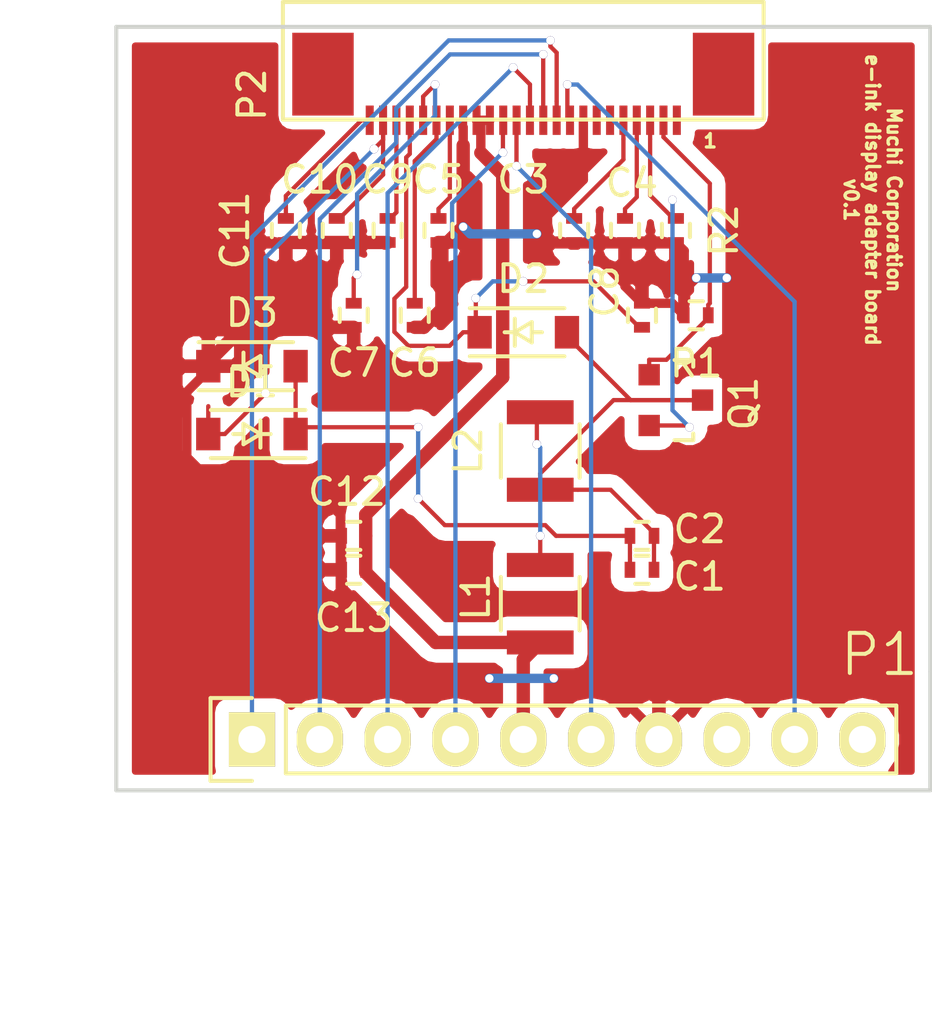
<source format=kicad_pcb>
(kicad_pcb (version 4) (host pcbnew 4.0.2+e4-6225~38~ubuntu16.04.1-stable)

  (general
    (links 50)
    (no_connects 0)
    (area 102.215477 50.904999 137.235001 89.55)
    (thickness 1.6)
    (drawings 7)
    (tracks 231)
    (zones 0)
    (modules 23)
    (nets 28)
  )

  (page A4)
  (layers
    (0 F.Cu signal)
    (31 B.Cu signal)
    (32 B.Adhes user)
    (33 F.Adhes user)
    (34 B.Paste user)
    (35 F.Paste user)
    (36 B.SilkS user)
    (37 F.SilkS user)
    (38 B.Mask user)
    (39 F.Mask user)
    (40 Dwgs.User user)
    (41 Cmts.User user)
    (42 Eco1.User user)
    (43 Eco2.User user)
    (44 Edge.Cuts user)
    (45 Margin user)
    (46 B.CrtYd user)
    (47 F.CrtYd user)
    (48 B.Fab user)
    (49 F.Fab user)
  )

  (setup
    (last_trace_width 0.16)
    (trace_clearance 0.16)
    (zone_clearance 0.508)
    (zone_45_only no)
    (trace_min 0.16)
    (segment_width 0.2)
    (edge_width 0.15)
    (via_size 0.32)
    (via_drill 0.31)
    (via_min_size 0.31)
    (via_min_drill 0.31)
    (uvia_size 0.508)
    (uvia_drill 0.127)
    (uvias_allowed no)
    (uvia_min_size 0.508)
    (uvia_min_drill 0.127)
    (pcb_text_width 0.3)
    (pcb_text_size 1.5 1.5)
    (mod_edge_width 0.15)
    (mod_text_size 1 1)
    (mod_text_width 0.15)
    (pad_size 1.524 1.524)
    (pad_drill 0.762)
    (pad_to_mask_clearance 0.2)
    (aux_axis_origin 0 0)
    (grid_origin 120.269 55.626)
    (visible_elements FFFEEF7F)
    (pcbplotparams
      (layerselection 0x010fc_80000001)
      (usegerberextensions true)
      (excludeedgelayer true)
      (linewidth 0.150000)
      (plotframeref false)
      (viasonmask false)
      (mode 1)
      (useauxorigin false)
      (hpglpennumber 1)
      (hpglpenspeed 20)
      (hpglpendiameter 15)
      (hpglpenoverlay 2)
      (psnegative false)
      (psa4output false)
      (plotreference true)
      (plotvalue true)
      (plotinvisibletext false)
      (padsonsilk false)
      (subtractmaskfromsilk false)
      (outputformat 1)
      (mirror false)
      (drillshape 0)
      (scaleselection 1)
      (outputdirectory gerbers))
  )

  (net 0 "")
  (net 1 "Net-(C1-Pad1)")
  (net 2 "Net-(C1-Pad2)")
  (net 3 GND)
  (net 4 "Net-(C3-Pad2)")
  (net 5 "Net-(C4-Pad1)")
  (net 6 "Net-(C5-Pad1)")
  (net 7 "Net-(C6-Pad1)")
  (net 8 "Net-(C7-Pad1)")
  (net 9 /PREVGH)
  (net 10 "Net-(C9-Pad1)")
  (net 11 /PREVGL)
  (net 12 "Net-(C11-Pad1)")
  (net 13 /V3.3)
  (net 14 "Net-(L1-Pad1)")
  (net 15 /~RESET)
  (net 16 /D/~C)
  (net 17 /CS)
  (net 18 /SDI)
  (net 19 /SCLK)
  (net 20 "Net-(P2-Pad8)")
  (net 21 /BUSY)
  (net 22 "Net-(P2-Pad10)")
  (net 23 /GDR)
  (net 24 /RESE)
  (net 25 "Net-(P1-Pad1)")
  (net 26 "Net-(P1-Pad6)")
  (net 27 "Net-(P1-Pad7)")

  (net_class Default "This is the default net class."
    (clearance 0.16)
    (trace_width 0.16)
    (via_dia 0.32)
    (via_drill 0.31)
    (uvia_dia 0.508)
    (uvia_drill 0.127)
    (add_net /BUSY)
    (add_net /CS)
    (add_net /D/~C)
    (add_net /GDR)
    (add_net /PREVGH)
    (add_net /PREVGL)
    (add_net /RESE)
    (add_net /SCLK)
    (add_net /SDI)
    (add_net /~RESET)
    (add_net "Net-(C1-Pad1)")
    (add_net "Net-(C1-Pad2)")
    (add_net "Net-(C11-Pad1)")
    (add_net "Net-(C3-Pad2)")
    (add_net "Net-(C4-Pad1)")
    (add_net "Net-(C5-Pad1)")
    (add_net "Net-(C6-Pad1)")
    (add_net "Net-(C7-Pad1)")
    (add_net "Net-(C9-Pad1)")
    (add_net "Net-(L1-Pad1)")
    (add_net "Net-(P1-Pad1)")
    (add_net "Net-(P1-Pad6)")
    (add_net "Net-(P1-Pad7)")
    (add_net "Net-(P2-Pad10)")
    (add_net "Net-(P2-Pad8)")
  )

  (net_class power ""
    (clearance 0.16)
    (trace_width 0.35)
    (via_dia 0.32)
    (via_drill 0.31)
    (uvia_dia 0.508)
    (uvia_drill 0.127)
    (add_net /V3.3)
    (add_net GND)
  )

  (module Resistors_SMD:R_0402 placed (layer F.Cu) (tedit 5789EBD0) (tstamp 578999A8)
    (at 117.856 62.865 270)
    (descr "Resistor SMD 0402, reflow soldering, Vishay (see dcrcw.pdf)")
    (tags "resistor 0402")
    (path /57898A34)
    (attr smd)
    (fp_text reference C6 (at 1.778 0 360) (layer F.SilkS)
      (effects (font (size 1 1) (thickness 0.15)))
    )
    (fp_text value MF-CAP-0402-1uF (at 0 1.8 270) (layer F.Fab)
      (effects (font (size 1 1) (thickness 0.15)))
    )
    (fp_line (start -0.95 -0.65) (end 0.95 -0.65) (layer F.CrtYd) (width 0.05))
    (fp_line (start -0.95 0.65) (end 0.95 0.65) (layer F.CrtYd) (width 0.05))
    (fp_line (start -0.95 -0.65) (end -0.95 0.65) (layer F.CrtYd) (width 0.05))
    (fp_line (start 0.95 -0.65) (end 0.95 0.65) (layer F.CrtYd) (width 0.05))
    (fp_line (start 0.25 -0.525) (end -0.25 -0.525) (layer F.SilkS) (width 0.15))
    (fp_line (start -0.25 0.525) (end 0.25 0.525) (layer F.SilkS) (width 0.15))
    (pad 1 smd rect (at -0.45 0 270) (size 0.4 0.6) (layers F.Cu F.Paste F.Mask)
      (net 7 "Net-(C6-Pad1)"))
    (pad 2 smd rect (at 0.45 0 270) (size 0.4 0.6) (layers F.Cu F.Paste F.Mask)
      (net 3 GND))
    (model Resistors_SMD.3dshapes/R_0402.wrl
      (at (xyz 0 0 0))
      (scale (xyz 1 1 1))
      (rotate (xyz 0 0 0))
    )
  )

  (module Resistors_SMD:R_0402 placed (layer F.Cu) (tedit 5789EBE4) (tstamp 5789998A)
    (at 126.365 72.39)
    (descr "Resistor SMD 0402, reflow soldering, Vishay (see dcrcw.pdf)")
    (tags "resistor 0402")
    (path /57898215)
    (attr smd)
    (fp_text reference C1 (at 2.159 0.254) (layer F.SilkS)
      (effects (font (size 1 1) (thickness 0.15)))
    )
    (fp_text value MF-CAP-0402-1uF (at 0 1.8) (layer F.Fab)
      (effects (font (size 1 1) (thickness 0.15)))
    )
    (fp_line (start -0.95 -0.65) (end 0.95 -0.65) (layer F.CrtYd) (width 0.05))
    (fp_line (start -0.95 0.65) (end 0.95 0.65) (layer F.CrtYd) (width 0.05))
    (fp_line (start -0.95 -0.65) (end -0.95 0.65) (layer F.CrtYd) (width 0.05))
    (fp_line (start 0.95 -0.65) (end 0.95 0.65) (layer F.CrtYd) (width 0.05))
    (fp_line (start 0.25 -0.525) (end -0.25 -0.525) (layer F.SilkS) (width 0.15))
    (fp_line (start -0.25 0.525) (end 0.25 0.525) (layer F.SilkS) (width 0.15))
    (pad 1 smd rect (at -0.45 0) (size 0.4 0.6) (layers F.Cu F.Paste F.Mask)
      (net 1 "Net-(C1-Pad1)"))
    (pad 2 smd rect (at 0.45 0) (size 0.4 0.6) (layers F.Cu F.Paste F.Mask)
      (net 2 "Net-(C1-Pad2)"))
    (model Resistors_SMD.3dshapes/R_0402.wrl
      (at (xyz 0 0 0))
      (scale (xyz 1 1 1))
      (rotate (xyz 0 0 0))
    )
  )

  (module Resistors_SMD:R_0402 placed (layer F.Cu) (tedit 5789EBE8) (tstamp 57899990)
    (at 126.365 71.12)
    (descr "Resistor SMD 0402, reflow soldering, Vishay (see dcrcw.pdf)")
    (tags "resistor 0402")
    (path /578981A7)
    (attr smd)
    (fp_text reference C2 (at 2.159 -0.254) (layer F.SilkS)
      (effects (font (size 1 1) (thickness 0.15)))
    )
    (fp_text value MF-CAP-0402-1uF (at 0 1.8) (layer F.Fab)
      (effects (font (size 1 1) (thickness 0.15)))
    )
    (fp_line (start -0.95 -0.65) (end 0.95 -0.65) (layer F.CrtYd) (width 0.05))
    (fp_line (start -0.95 0.65) (end 0.95 0.65) (layer F.CrtYd) (width 0.05))
    (fp_line (start -0.95 -0.65) (end -0.95 0.65) (layer F.CrtYd) (width 0.05))
    (fp_line (start 0.95 -0.65) (end 0.95 0.65) (layer F.CrtYd) (width 0.05))
    (fp_line (start 0.25 -0.525) (end -0.25 -0.525) (layer F.SilkS) (width 0.15))
    (fp_line (start -0.25 0.525) (end 0.25 0.525) (layer F.SilkS) (width 0.15))
    (pad 1 smd rect (at -0.45 0) (size 0.4 0.6) (layers F.Cu F.Paste F.Mask)
      (net 1 "Net-(C1-Pad1)"))
    (pad 2 smd rect (at 0.45 0) (size 0.4 0.6) (layers F.Cu F.Paste F.Mask)
      (net 2 "Net-(C1-Pad2)"))
    (model Resistors_SMD.3dshapes/R_0402.wrl
      (at (xyz 0 0 0))
      (scale (xyz 1 1 1))
      (rotate (xyz 0 0 0))
    )
  )

  (module Resistors_SMD:R_0402 placed (layer F.Cu) (tedit 5789EBCA) (tstamp 57899996)
    (at 123.825 59.69 90)
    (descr "Resistor SMD 0402, reflow soldering, Vishay (see dcrcw.pdf)")
    (tags "resistor 0402")
    (path /578976F8)
    (attr smd)
    (fp_text reference C3 (at 1.905 -1.905 180) (layer F.SilkS)
      (effects (font (size 1 1) (thickness 0.15)))
    )
    (fp_text value MF-CAP-0402-1uF (at 0 1.8 90) (layer F.Fab)
      (effects (font (size 1 1) (thickness 0.15)))
    )
    (fp_line (start -0.95 -0.65) (end 0.95 -0.65) (layer F.CrtYd) (width 0.05))
    (fp_line (start -0.95 0.65) (end 0.95 0.65) (layer F.CrtYd) (width 0.05))
    (fp_line (start -0.95 -0.65) (end -0.95 0.65) (layer F.CrtYd) (width 0.05))
    (fp_line (start 0.95 -0.65) (end 0.95 0.65) (layer F.CrtYd) (width 0.05))
    (fp_line (start 0.25 -0.525) (end -0.25 -0.525) (layer F.SilkS) (width 0.15))
    (fp_line (start -0.25 0.525) (end 0.25 0.525) (layer F.SilkS) (width 0.15))
    (pad 1 smd rect (at -0.45 0 90) (size 0.4 0.6) (layers F.Cu F.Paste F.Mask)
      (net 3 GND))
    (pad 2 smd rect (at 0.45 0 90) (size 0.4 0.6) (layers F.Cu F.Paste F.Mask)
      (net 4 "Net-(C3-Pad2)"))
    (model Resistors_SMD.3dshapes/R_0402.wrl
      (at (xyz 0 0 0))
      (scale (xyz 1 1 1))
      (rotate (xyz 0 0 0))
    )
  )

  (module Resistors_SMD:R_0402 placed (layer F.Cu) (tedit 5789EBD7) (tstamp 5789999C)
    (at 125.73 59.69 270)
    (descr "Resistor SMD 0402, reflow soldering, Vishay (see dcrcw.pdf)")
    (tags "resistor 0402")
    (path /57897660)
    (attr smd)
    (fp_text reference C4 (at -1.778 -0.254 360) (layer F.SilkS)
      (effects (font (size 1 1) (thickness 0.15)))
    )
    (fp_text value MF-CAP-0402-1uF (at 0 1.8 270) (layer F.Fab)
      (effects (font (size 1 1) (thickness 0.15)))
    )
    (fp_line (start -0.95 -0.65) (end 0.95 -0.65) (layer F.CrtYd) (width 0.05))
    (fp_line (start -0.95 0.65) (end 0.95 0.65) (layer F.CrtYd) (width 0.05))
    (fp_line (start -0.95 -0.65) (end -0.95 0.65) (layer F.CrtYd) (width 0.05))
    (fp_line (start 0.95 -0.65) (end 0.95 0.65) (layer F.CrtYd) (width 0.05))
    (fp_line (start 0.25 -0.525) (end -0.25 -0.525) (layer F.SilkS) (width 0.15))
    (fp_line (start -0.25 0.525) (end 0.25 0.525) (layer F.SilkS) (width 0.15))
    (pad 1 smd rect (at -0.45 0 270) (size 0.4 0.6) (layers F.Cu F.Paste F.Mask)
      (net 5 "Net-(C4-Pad1)"))
    (pad 2 smd rect (at 0.45 0 270) (size 0.4 0.6) (layers F.Cu F.Paste F.Mask)
      (net 3 GND))
    (model Resistors_SMD.3dshapes/R_0402.wrl
      (at (xyz 0 0 0))
      (scale (xyz 1 1 1))
      (rotate (xyz 0 0 0))
    )
  )

  (module Resistors_SMD:R_0402 placed (layer F.Cu) (tedit 5789EBC4) (tstamp 578999A2)
    (at 118.745 59.69 270)
    (descr "Resistor SMD 0402, reflow soldering, Vishay (see dcrcw.pdf)")
    (tags "resistor 0402")
    (path /578989CA)
    (attr smd)
    (fp_text reference C5 (at -1.905 0 360) (layer F.SilkS)
      (effects (font (size 1 1) (thickness 0.15)))
    )
    (fp_text value MF-CAP-0402-1uF (at 0 1.8 270) (layer F.Fab)
      (effects (font (size 1 1) (thickness 0.15)))
    )
    (fp_line (start -0.95 -0.65) (end 0.95 -0.65) (layer F.CrtYd) (width 0.05))
    (fp_line (start -0.95 0.65) (end 0.95 0.65) (layer F.CrtYd) (width 0.05))
    (fp_line (start -0.95 -0.65) (end -0.95 0.65) (layer F.CrtYd) (width 0.05))
    (fp_line (start 0.95 -0.65) (end 0.95 0.65) (layer F.CrtYd) (width 0.05))
    (fp_line (start 0.25 -0.525) (end -0.25 -0.525) (layer F.SilkS) (width 0.15))
    (fp_line (start -0.25 0.525) (end 0.25 0.525) (layer F.SilkS) (width 0.15))
    (pad 1 smd rect (at -0.45 0 270) (size 0.4 0.6) (layers F.Cu F.Paste F.Mask)
      (net 6 "Net-(C5-Pad1)"))
    (pad 2 smd rect (at 0.45 0 270) (size 0.4 0.6) (layers F.Cu F.Paste F.Mask)
      (net 3 GND))
    (model Resistors_SMD.3dshapes/R_0402.wrl
      (at (xyz 0 0 0))
      (scale (xyz 1 1 1))
      (rotate (xyz 0 0 0))
    )
  )

  (module Resistors_SMD:R_0402 placed (layer F.Cu) (tedit 5415CBB8) (tstamp 578999AE)
    (at 115.57 62.865 270)
    (descr "Resistor SMD 0402, reflow soldering, Vishay (see dcrcw.pdf)")
    (tags "resistor 0402")
    (path /57898A84)
    (attr smd)
    (fp_text reference C7 (at 1.778 0 360) (layer F.SilkS)
      (effects (font (size 1 1) (thickness 0.15)))
    )
    (fp_text value MF-CAP-0402-1uF (at 0 1.8 270) (layer F.Fab)
      (effects (font (size 1 1) (thickness 0.15)))
    )
    (fp_line (start -0.95 -0.65) (end 0.95 -0.65) (layer F.CrtYd) (width 0.05))
    (fp_line (start -0.95 0.65) (end 0.95 0.65) (layer F.CrtYd) (width 0.05))
    (fp_line (start -0.95 -0.65) (end -0.95 0.65) (layer F.CrtYd) (width 0.05))
    (fp_line (start 0.95 -0.65) (end 0.95 0.65) (layer F.CrtYd) (width 0.05))
    (fp_line (start 0.25 -0.525) (end -0.25 -0.525) (layer F.SilkS) (width 0.15))
    (fp_line (start -0.25 0.525) (end 0.25 0.525) (layer F.SilkS) (width 0.15))
    (pad 1 smd rect (at -0.45 0 270) (size 0.4 0.6) (layers F.Cu F.Paste F.Mask)
      (net 8 "Net-(C7-Pad1)"))
    (pad 2 smd rect (at 0.45 0 270) (size 0.4 0.6) (layers F.Cu F.Paste F.Mask)
      (net 3 GND))
    (model Resistors_SMD.3dshapes/R_0402.wrl
      (at (xyz 0 0 0))
      (scale (xyz 1 1 1))
      (rotate (xyz 0 0 0))
    )
  )

  (module Resistors_SMD:R_0402 placed (layer F.Cu) (tedit 5789EBDD) (tstamp 578999B4)
    (at 126.365 62.865 90)
    (descr "Resistor SMD 0402, reflow soldering, Vishay (see dcrcw.pdf)")
    (tags "resistor 0402")
    (path /578986CE)
    (attr smd)
    (fp_text reference C8 (at 0.889 -1.397 90) (layer F.SilkS)
      (effects (font (size 1 1) (thickness 0.15)))
    )
    (fp_text value MF-CAP-0402-1uF (at 0 1.8 90) (layer F.Fab)
      (effects (font (size 1 1) (thickness 0.15)))
    )
    (fp_line (start -0.95 -0.65) (end 0.95 -0.65) (layer F.CrtYd) (width 0.05))
    (fp_line (start -0.95 0.65) (end 0.95 0.65) (layer F.CrtYd) (width 0.05))
    (fp_line (start -0.95 -0.65) (end -0.95 0.65) (layer F.CrtYd) (width 0.05))
    (fp_line (start 0.95 -0.65) (end 0.95 0.65) (layer F.CrtYd) (width 0.05))
    (fp_line (start 0.25 -0.525) (end -0.25 -0.525) (layer F.SilkS) (width 0.15))
    (fp_line (start -0.25 0.525) (end 0.25 0.525) (layer F.SilkS) (width 0.15))
    (pad 1 smd rect (at -0.45 0 90) (size 0.4 0.6) (layers F.Cu F.Paste F.Mask)
      (net 9 /PREVGH))
    (pad 2 smd rect (at 0.45 0 90) (size 0.4 0.6) (layers F.Cu F.Paste F.Mask)
      (net 3 GND))
    (model Resistors_SMD.3dshapes/R_0402.wrl
      (at (xyz 0 0 0))
      (scale (xyz 1 1 1))
      (rotate (xyz 0 0 0))
    )
  )

  (module Resistors_SMD:R_0402 placed (layer F.Cu) (tedit 5789EBBD) (tstamp 578999BA)
    (at 116.84 59.69 270)
    (descr "Resistor SMD 0402, reflow soldering, Vishay (see dcrcw.pdf)")
    (tags "resistor 0402")
    (path /578987D2)
    (attr smd)
    (fp_text reference C9 (at -1.905 0 360) (layer F.SilkS)
      (effects (font (size 1 1) (thickness 0.15)))
    )
    (fp_text value MF-CAP-0402-1uF (at 0 1.8 270) (layer F.Fab)
      (effects (font (size 1 1) (thickness 0.15)))
    )
    (fp_line (start -0.95 -0.65) (end 0.95 -0.65) (layer F.CrtYd) (width 0.05))
    (fp_line (start -0.95 0.65) (end 0.95 0.65) (layer F.CrtYd) (width 0.05))
    (fp_line (start -0.95 -0.65) (end -0.95 0.65) (layer F.CrtYd) (width 0.05))
    (fp_line (start 0.95 -0.65) (end 0.95 0.65) (layer F.CrtYd) (width 0.05))
    (fp_line (start 0.25 -0.525) (end -0.25 -0.525) (layer F.SilkS) (width 0.15))
    (fp_line (start -0.25 0.525) (end 0.25 0.525) (layer F.SilkS) (width 0.15))
    (pad 1 smd rect (at -0.45 0 270) (size 0.4 0.6) (layers F.Cu F.Paste F.Mask)
      (net 10 "Net-(C9-Pad1)"))
    (pad 2 smd rect (at 0.45 0 270) (size 0.4 0.6) (layers F.Cu F.Paste F.Mask)
      (net 3 GND))
    (model Resistors_SMD.3dshapes/R_0402.wrl
      (at (xyz 0 0 0))
      (scale (xyz 1 1 1))
      (rotate (xyz 0 0 0))
    )
  )

  (module Resistors_SMD:R_0402 placed (layer F.Cu) (tedit 5789EBB1) (tstamp 578999C0)
    (at 114.935 59.69 270)
    (descr "Resistor SMD 0402, reflow soldering, Vishay (see dcrcw.pdf)")
    (tags "resistor 0402")
    (path /57898ED6)
    (attr smd)
    (fp_text reference C10 (at -1.905 0.635 360) (layer F.SilkS)
      (effects (font (size 1 1) (thickness 0.15)))
    )
    (fp_text value MF-CAP-0402-1uF (at 0 1.8 270) (layer F.Fab)
      (effects (font (size 1 1) (thickness 0.15)))
    )
    (fp_line (start -0.95 -0.65) (end 0.95 -0.65) (layer F.CrtYd) (width 0.05))
    (fp_line (start -0.95 0.65) (end 0.95 0.65) (layer F.CrtYd) (width 0.05))
    (fp_line (start -0.95 -0.65) (end -0.95 0.65) (layer F.CrtYd) (width 0.05))
    (fp_line (start 0.95 -0.65) (end 0.95 0.65) (layer F.CrtYd) (width 0.05))
    (fp_line (start 0.25 -0.525) (end -0.25 -0.525) (layer F.SilkS) (width 0.15))
    (fp_line (start -0.25 0.525) (end 0.25 0.525) (layer F.SilkS) (width 0.15))
    (pad 1 smd rect (at -0.45 0 270) (size 0.4 0.6) (layers F.Cu F.Paste F.Mask)
      (net 11 /PREVGL))
    (pad 2 smd rect (at 0.45 0 270) (size 0.4 0.6) (layers F.Cu F.Paste F.Mask)
      (net 3 GND))
    (model Resistors_SMD.3dshapes/R_0402.wrl
      (at (xyz 0 0 0))
      (scale (xyz 1 1 1))
      (rotate (xyz 0 0 0))
    )
  )

  (module Resistors_SMD:R_0402 placed (layer F.Cu) (tedit 5789EBB5) (tstamp 578999C6)
    (at 113.03 59.69 270)
    (descr "Resistor SMD 0402, reflow soldering, Vishay (see dcrcw.pdf)")
    (tags "resistor 0402")
    (path /57898F4C)
    (attr smd)
    (fp_text reference C11 (at 0 1.905 270) (layer F.SilkS)
      (effects (font (size 1 1) (thickness 0.15)))
    )
    (fp_text value MF-CAP-0402-1uF (at 0 1.8 270) (layer F.Fab)
      (effects (font (size 1 1) (thickness 0.15)))
    )
    (fp_line (start -0.95 -0.65) (end 0.95 -0.65) (layer F.CrtYd) (width 0.05))
    (fp_line (start -0.95 0.65) (end 0.95 0.65) (layer F.CrtYd) (width 0.05))
    (fp_line (start -0.95 -0.65) (end -0.95 0.65) (layer F.CrtYd) (width 0.05))
    (fp_line (start 0.95 -0.65) (end 0.95 0.65) (layer F.CrtYd) (width 0.05))
    (fp_line (start 0.25 -0.525) (end -0.25 -0.525) (layer F.SilkS) (width 0.15))
    (fp_line (start -0.25 0.525) (end 0.25 0.525) (layer F.SilkS) (width 0.15))
    (pad 1 smd rect (at -0.45 0 270) (size 0.4 0.6) (layers F.Cu F.Paste F.Mask)
      (net 12 "Net-(C11-Pad1)"))
    (pad 2 smd rect (at 0.45 0 270) (size 0.4 0.6) (layers F.Cu F.Paste F.Mask)
      (net 3 GND))
    (model Resistors_SMD.3dshapes/R_0402.wrl
      (at (xyz 0 0 0))
      (scale (xyz 1 1 1))
      (rotate (xyz 0 0 0))
    )
  )

  (module Diodes_SMD:SOD-123 placed (layer F.Cu) (tedit 5789EBF6) (tstamp 578999D2)
    (at 111.76 67.31 180)
    (descr SOD-123)
    (tags SOD-123)
    (path /57898354)
    (attr smd)
    (fp_text reference D1 (at 0 1.905 180) (layer F.SilkS)
      (effects (font (size 1 1) (thickness 0.15)))
    )
    (fp_text value MF-DIO-SOD123-BAT42 (at 0 2.1 180) (layer F.Fab)
      (effects (font (size 1 1) (thickness 0.15)))
    )
    (fp_line (start 0.3175 0) (end 0.6985 0) (layer F.SilkS) (width 0.15))
    (fp_line (start -0.6985 0) (end -0.3175 0) (layer F.SilkS) (width 0.15))
    (fp_line (start -0.3175 0) (end 0.3175 -0.381) (layer F.SilkS) (width 0.15))
    (fp_line (start 0.3175 -0.381) (end 0.3175 0.381) (layer F.SilkS) (width 0.15))
    (fp_line (start 0.3175 0.381) (end -0.3175 0) (layer F.SilkS) (width 0.15))
    (fp_line (start -0.3175 -0.508) (end -0.3175 0.508) (layer F.SilkS) (width 0.15))
    (fp_line (start -2.25 -1.05) (end 2.25 -1.05) (layer F.CrtYd) (width 0.05))
    (fp_line (start 2.25 -1.05) (end 2.25 1.05) (layer F.CrtYd) (width 0.05))
    (fp_line (start 2.25 1.05) (end -2.25 1.05) (layer F.CrtYd) (width 0.05))
    (fp_line (start -2.25 -1.05) (end -2.25 1.05) (layer F.CrtYd) (width 0.05))
    (fp_line (start -2 0.9) (end 1.54 0.9) (layer F.SilkS) (width 0.15))
    (fp_line (start -2 -0.9) (end 1.54 -0.9) (layer F.SilkS) (width 0.15))
    (pad 1 smd rect (at -1.635 0 180) (size 0.91 1.22) (layers F.Cu F.Paste F.Mask)
      (net 1 "Net-(C1-Pad1)"))
    (pad 2 smd rect (at 1.635 0 180) (size 0.91 1.22) (layers F.Cu F.Paste F.Mask)
      (net 11 /PREVGL))
  )

  (module Diodes_SMD:SOD-123 placed (layer F.Cu) (tedit 5530FCB9) (tstamp 578999D8)
    (at 121.92 63.5)
    (descr SOD-123)
    (tags SOD-123)
    (path /57897FDF)
    (attr smd)
    (fp_text reference D2 (at 0 -2) (layer F.SilkS)
      (effects (font (size 1 1) (thickness 0.15)))
    )
    (fp_text value MF-DIO-SOD123-BAT42 (at 0 2.1) (layer F.Fab)
      (effects (font (size 1 1) (thickness 0.15)))
    )
    (fp_line (start 0.3175 0) (end 0.6985 0) (layer F.SilkS) (width 0.15))
    (fp_line (start -0.6985 0) (end -0.3175 0) (layer F.SilkS) (width 0.15))
    (fp_line (start -0.3175 0) (end 0.3175 -0.381) (layer F.SilkS) (width 0.15))
    (fp_line (start 0.3175 -0.381) (end 0.3175 0.381) (layer F.SilkS) (width 0.15))
    (fp_line (start 0.3175 0.381) (end -0.3175 0) (layer F.SilkS) (width 0.15))
    (fp_line (start -0.3175 -0.508) (end -0.3175 0.508) (layer F.SilkS) (width 0.15))
    (fp_line (start -2.25 -1.05) (end 2.25 -1.05) (layer F.CrtYd) (width 0.05))
    (fp_line (start 2.25 -1.05) (end 2.25 1.05) (layer F.CrtYd) (width 0.05))
    (fp_line (start 2.25 1.05) (end -2.25 1.05) (layer F.CrtYd) (width 0.05))
    (fp_line (start -2.25 -1.05) (end -2.25 1.05) (layer F.CrtYd) (width 0.05))
    (fp_line (start -2 0.9) (end 1.54 0.9) (layer F.SilkS) (width 0.15))
    (fp_line (start -2 -0.9) (end 1.54 -0.9) (layer F.SilkS) (width 0.15))
    (pad 1 smd rect (at -1.635 0) (size 0.91 1.22) (layers F.Cu F.Paste F.Mask)
      (net 9 /PREVGH))
    (pad 2 smd rect (at 1.635 0) (size 0.91 1.22) (layers F.Cu F.Paste F.Mask)
      (net 2 "Net-(C1-Pad2)"))
  )

  (module Diodes_SMD:SOD-123 placed (layer F.Cu) (tedit 5530FCB9) (tstamp 578999DE)
    (at 111.76 64.77)
    (descr SOD-123)
    (tags SOD-123)
    (path /57899947)
    (attr smd)
    (fp_text reference D3 (at 0 -2) (layer F.SilkS)
      (effects (font (size 1 1) (thickness 0.15)))
    )
    (fp_text value MF-DIO-SOD123-BAT42 (at 0 2.1) (layer F.Fab)
      (effects (font (size 1 1) (thickness 0.15)))
    )
    (fp_line (start 0.3175 0) (end 0.6985 0) (layer F.SilkS) (width 0.15))
    (fp_line (start -0.6985 0) (end -0.3175 0) (layer F.SilkS) (width 0.15))
    (fp_line (start -0.3175 0) (end 0.3175 -0.381) (layer F.SilkS) (width 0.15))
    (fp_line (start 0.3175 -0.381) (end 0.3175 0.381) (layer F.SilkS) (width 0.15))
    (fp_line (start 0.3175 0.381) (end -0.3175 0) (layer F.SilkS) (width 0.15))
    (fp_line (start -0.3175 -0.508) (end -0.3175 0.508) (layer F.SilkS) (width 0.15))
    (fp_line (start -2.25 -1.05) (end 2.25 -1.05) (layer F.CrtYd) (width 0.05))
    (fp_line (start 2.25 -1.05) (end 2.25 1.05) (layer F.CrtYd) (width 0.05))
    (fp_line (start 2.25 1.05) (end -2.25 1.05) (layer F.CrtYd) (width 0.05))
    (fp_line (start -2.25 -1.05) (end -2.25 1.05) (layer F.CrtYd) (width 0.05))
    (fp_line (start -2 0.9) (end 1.54 0.9) (layer F.SilkS) (width 0.15))
    (fp_line (start -2 -0.9) (end 1.54 -0.9) (layer F.SilkS) (width 0.15))
    (pad 1 smd rect (at -1.635 0) (size 0.91 1.22) (layers F.Cu F.Paste F.Mask)
      (net 3 GND))
    (pad 2 smd rect (at 1.635 0) (size 0.91 1.22) (layers F.Cu F.Paste F.Mask)
      (net 1 "Net-(C1-Pad1)"))
  )

  (module Resistors_SMD:R_1210 placed (layer F.Cu) (tedit 5789EBED) (tstamp 578999E4)
    (at 122.555 73.66 270)
    (descr "Resistor SMD 1210, reflow soldering, Vishay (see dcrcw.pdf)")
    (tags "resistor 1210")
    (path /5789B5B1)
    (attr smd)
    (fp_text reference L1 (at -0.254 2.413 270) (layer F.SilkS)
      (effects (font (size 1 1) (thickness 0.15)))
    )
    (fp_text value MF-IND-1210-10uH (at 0 2.7 270) (layer F.Fab)
      (effects (font (size 1 1) (thickness 0.15)))
    )
    (fp_line (start -2.2 -1.6) (end 2.2 -1.6) (layer F.CrtYd) (width 0.05))
    (fp_line (start -2.2 1.6) (end 2.2 1.6) (layer F.CrtYd) (width 0.05))
    (fp_line (start -2.2 -1.6) (end -2.2 1.6) (layer F.CrtYd) (width 0.05))
    (fp_line (start 2.2 -1.6) (end 2.2 1.6) (layer F.CrtYd) (width 0.05))
    (fp_line (start 1 1.475) (end -1 1.475) (layer F.SilkS) (width 0.15))
    (fp_line (start -1 -1.475) (end 1 -1.475) (layer F.SilkS) (width 0.15))
    (pad 1 smd rect (at -1.45 0 270) (size 0.9 2.5) (layers F.Cu F.Paste F.Mask)
      (net 14 "Net-(L1-Pad1)"))
    (pad 2 smd rect (at 1.45 0 270) (size 0.9 2.5) (layers F.Cu F.Paste F.Mask)
      (net 13 /V3.3))
    (model Resistors_SMD.3dshapes/R_1210.wrl
      (at (xyz 0 0 0))
      (scale (xyz 1 1 1))
      (rotate (xyz 0 0 0))
    )
  )

  (module Resistors_SMD:R_1210 placed (layer F.Cu) (tedit 5415D182) (tstamp 578999EA)
    (at 122.555 67.945 90)
    (descr "Resistor SMD 1210, reflow soldering, Vishay (see dcrcw.pdf)")
    (tags "resistor 1210")
    (path /5789B675)
    (attr smd)
    (fp_text reference L2 (at 0 -2.7 90) (layer F.SilkS)
      (effects (font (size 1 1) (thickness 0.15)))
    )
    (fp_text value MF-IND-1210-10uH (at 0 2.7 90) (layer F.Fab)
      (effects (font (size 1 1) (thickness 0.15)))
    )
    (fp_line (start -2.2 -1.6) (end 2.2 -1.6) (layer F.CrtYd) (width 0.05))
    (fp_line (start -2.2 1.6) (end 2.2 1.6) (layer F.CrtYd) (width 0.05))
    (fp_line (start -2.2 -1.6) (end -2.2 1.6) (layer F.CrtYd) (width 0.05))
    (fp_line (start 2.2 -1.6) (end 2.2 1.6) (layer F.CrtYd) (width 0.05))
    (fp_line (start 1 1.475) (end -1 1.475) (layer F.SilkS) (width 0.15))
    (fp_line (start -1 -1.475) (end 1 -1.475) (layer F.SilkS) (width 0.15))
    (pad 1 smd rect (at -1.45 0 90) (size 0.9 2.5) (layers F.Cu F.Paste F.Mask)
      (net 2 "Net-(C1-Pad2)"))
    (pad 2 smd rect (at 1.45 0 90) (size 0.9 2.5) (layers F.Cu F.Paste F.Mask)
      (net 14 "Net-(L1-Pad1)"))
    (model Resistors_SMD.3dshapes/R_1210.wrl
      (at (xyz 0 0 0))
      (scale (xyz 1 1 1))
      (rotate (xyz 0 0 0))
    )
  )

  (module Pin_Headers:Pin_Header_Straight_1x10 (layer F.Cu) (tedit 5789EB97) (tstamp 578999F8)
    (at 111.76 78.74 90)
    (descr "Through hole pin header")
    (tags "pin header")
    (path /57899446)
    (fp_text reference P2 (at 24.13 0 90) (layer F.SilkS)
      (effects (font (size 1 1) (thickness 0.15)))
    )
    (fp_text value 68000-110HLF (at 0 -3.1 90) (layer F.Fab)
      (effects (font (size 1 1) (thickness 0.15)))
    )
    (fp_line (start -1.75 -1.75) (end -1.75 24.65) (layer F.CrtYd) (width 0.05))
    (fp_line (start 1.75 -1.75) (end 1.75 24.65) (layer F.CrtYd) (width 0.05))
    (fp_line (start -1.75 -1.75) (end 1.75 -1.75) (layer F.CrtYd) (width 0.05))
    (fp_line (start -1.75 24.65) (end 1.75 24.65) (layer F.CrtYd) (width 0.05))
    (fp_line (start 1.27 1.27) (end 1.27 24.13) (layer F.SilkS) (width 0.15))
    (fp_line (start 1.27 24.13) (end -1.27 24.13) (layer F.SilkS) (width 0.15))
    (fp_line (start -1.27 24.13) (end -1.27 1.27) (layer F.SilkS) (width 0.15))
    (fp_line (start 1.55 -1.55) (end 1.55 0) (layer F.SilkS) (width 0.15))
    (fp_line (start 1.27 1.27) (end -1.27 1.27) (layer F.SilkS) (width 0.15))
    (fp_line (start -1.55 0) (end -1.55 -1.55) (layer F.SilkS) (width 0.15))
    (fp_line (start -1.55 -1.55) (end 1.55 -1.55) (layer F.SilkS) (width 0.15))
    (pad 1 thru_hole rect (at 0 0 90) (size 2.032 1.7272) (drill 1.016) (layers *.Cu *.Mask F.SilkS)
      (net 15 /~RESET))
    (pad 2 thru_hole oval (at 0 2.54 90) (size 2.032 1.7272) (drill 1.016) (layers *.Cu *.Mask F.SilkS)
      (net 16 /D/~C))
    (pad 3 thru_hole oval (at 0 5.08 90) (size 2.032 1.7272) (drill 1.016) (layers *.Cu *.Mask F.SilkS)
      (net 17 /CS))
    (pad 4 thru_hole oval (at 0 7.62 90) (size 2.032 1.7272) (drill 1.016) (layers *.Cu *.Mask F.SilkS)
      (net 18 /SDI))
    (pad 5 thru_hole oval (at 0 10.16 90) (size 2.032 1.7272) (drill 1.016) (layers *.Cu *.Mask F.SilkS)
      (net 13 /V3.3))
    (pad 6 thru_hole oval (at 0 12.7 90) (size 2.032 1.7272) (drill 1.016) (layers *.Cu *.Mask F.SilkS)
      (net 19 /SCLK))
    (pad 7 thru_hole oval (at 0 15.24 90) (size 2.032 1.7272) (drill 1.016) (layers *.Cu *.Mask F.SilkS)
      (net 3 GND))
    (pad 8 thru_hole oval (at 0 17.78 90) (size 2.032 1.7272) (drill 1.016) (layers *.Cu *.Mask F.SilkS)
      (net 20 "Net-(P2-Pad8)"))
    (pad 9 thru_hole oval (at 0 20.32 90) (size 2.032 1.7272) (drill 1.016) (layers *.Cu *.Mask F.SilkS)
      (net 21 /BUSY))
    (pad 10 thru_hole oval (at 0 22.86 90) (size 2.032 1.7272) (drill 1.016) (layers *.Cu *.Mask F.SilkS)
      (net 22 "Net-(P2-Pad10)"))
    (model Pin_Headers.3dshapes/Pin_Header_Straight_1x10.wrl
      (at (xyz 0 -0.45 0))
      (scale (xyz 1 1 1))
      (rotate (xyz 0 0 90))
    )
  )

  (module TO_SOT_Packages_SMD:SOT-23 placed (layer F.Cu) (tedit 5789EBFE) (tstamp 578999FF)
    (at 127.635 66.04 270)
    (descr "SOT-23, Standard")
    (tags SOT-23)
    (path /57897838)
    (attr smd)
    (fp_text reference Q1 (at 0.127 -2.54 270) (layer F.SilkS)
      (effects (font (size 1 1) (thickness 0.15)))
    )
    (fp_text value MF-DSC-SOT233-BSS138 (at 0 2.3 270) (layer F.Fab)
      (effects (font (size 1 1) (thickness 0.15)))
    )
    (fp_line (start -1.65 -1.6) (end 1.65 -1.6) (layer F.CrtYd) (width 0.05))
    (fp_line (start 1.65 -1.6) (end 1.65 1.6) (layer F.CrtYd) (width 0.05))
    (fp_line (start 1.65 1.6) (end -1.65 1.6) (layer F.CrtYd) (width 0.05))
    (fp_line (start -1.65 1.6) (end -1.65 -1.6) (layer F.CrtYd) (width 0.05))
    (fp_line (start 1.29916 -0.65024) (end 1.2509 -0.65024) (layer F.SilkS) (width 0.15))
    (fp_line (start -1.49982 0.0508) (end -1.49982 -0.65024) (layer F.SilkS) (width 0.15))
    (fp_line (start -1.49982 -0.65024) (end -1.2509 -0.65024) (layer F.SilkS) (width 0.15))
    (fp_line (start 1.29916 -0.65024) (end 1.49982 -0.65024) (layer F.SilkS) (width 0.15))
    (fp_line (start 1.49982 -0.65024) (end 1.49982 0.0508) (layer F.SilkS) (width 0.15))
    (pad 1 smd rect (at -0.95 1.00076 270) (size 0.8001 0.8001) (layers F.Cu F.Paste F.Mask)
      (net 23 /GDR))
    (pad 2 smd rect (at 0.95 1.00076 270) (size 0.8001 0.8001) (layers F.Cu F.Paste F.Mask)
      (net 24 /RESE))
    (pad 3 smd rect (at 0 -0.99822 270) (size 0.8001 0.8001) (layers F.Cu F.Paste F.Mask)
      (net 2 "Net-(C1-Pad2)"))
    (model TO_SOT_Packages_SMD.3dshapes/SOT-23.wrl
      (at (xyz 0 0 0))
      (scale (xyz 1 1 1))
      (rotate (xyz 0 0 0))
    )
  )

  (module Resistors_SMD:R_0402 placed (layer F.Cu) (tedit 5415CBB8) (tstamp 57899A05)
    (at 128.397 62.865 180)
    (descr "Resistor SMD 0402, reflow soldering, Vishay (see dcrcw.pdf)")
    (tags "resistor 0402")
    (path /57897C36)
    (attr smd)
    (fp_text reference R1 (at 0 -1.8 180) (layer F.SilkS)
      (effects (font (size 1 1) (thickness 0.15)))
    )
    (fp_text value MF-RES-0402-10K (at 0 1.8 180) (layer F.Fab)
      (effects (font (size 1 1) (thickness 0.15)))
    )
    (fp_line (start -0.95 -0.65) (end 0.95 -0.65) (layer F.CrtYd) (width 0.05))
    (fp_line (start -0.95 0.65) (end 0.95 0.65) (layer F.CrtYd) (width 0.05))
    (fp_line (start -0.95 -0.65) (end -0.95 0.65) (layer F.CrtYd) (width 0.05))
    (fp_line (start 0.95 -0.65) (end 0.95 0.65) (layer F.CrtYd) (width 0.05))
    (fp_line (start 0.25 -0.525) (end -0.25 -0.525) (layer F.SilkS) (width 0.15))
    (fp_line (start -0.25 0.525) (end 0.25 0.525) (layer F.SilkS) (width 0.15))
    (pad 1 smd rect (at -0.45 0 180) (size 0.4 0.6) (layers F.Cu F.Paste F.Mask)
      (net 23 /GDR))
    (pad 2 smd rect (at 0.45 0 180) (size 0.4 0.6) (layers F.Cu F.Paste F.Mask)
      (net 3 GND))
    (model Resistors_SMD.3dshapes/R_0402.wrl
      (at (xyz 0 0 0))
      (scale (xyz 1 1 1))
      (rotate (xyz 0 0 0))
    )
  )

  (module Resistors_SMD:R_0402 placed (layer F.Cu) (tedit 5415CBB8) (tstamp 57899A0B)
    (at 127.635 59.69 270)
    (descr "Resistor SMD 0402, reflow soldering, Vishay (see dcrcw.pdf)")
    (tags "resistor 0402")
    (path /57897AF0)
    (attr smd)
    (fp_text reference R2 (at 0 -1.8 270) (layer F.SilkS)
      (effects (font (size 1 1) (thickness 0.15)))
    )
    (fp_text value MF-RES-0402-0 (at 0 1.8 270) (layer F.Fab)
      (effects (font (size 1 1) (thickness 0.15)))
    )
    (fp_line (start -0.95 -0.65) (end 0.95 -0.65) (layer F.CrtYd) (width 0.05))
    (fp_line (start -0.95 0.65) (end 0.95 0.65) (layer F.CrtYd) (width 0.05))
    (fp_line (start -0.95 -0.65) (end -0.95 0.65) (layer F.CrtYd) (width 0.05))
    (fp_line (start 0.95 -0.65) (end 0.95 0.65) (layer F.CrtYd) (width 0.05))
    (fp_line (start 0.25 -0.525) (end -0.25 -0.525) (layer F.SilkS) (width 0.15))
    (fp_line (start -0.25 0.525) (end 0.25 0.525) (layer F.SilkS) (width 0.15))
    (pad 1 smd rect (at -0.45 0 270) (size 0.4 0.6) (layers F.Cu F.Paste F.Mask)
      (net 24 /RESE))
    (pad 2 smd rect (at 0.45 0 270) (size 0.4 0.6) (layers F.Cu F.Paste F.Mask)
      (net 3 GND))
    (model Resistors_SMD.3dshapes/R_0402.wrl
      (at (xyz 0 0 0))
      (scale (xyz 1 1 1))
      (rotate (xyz 0 0 0))
    )
  )

  (module muchi_footprints:TE-2-1734839-4 locked (layer F.Cu) (tedit 5789EB93) (tstamp 5789E521)
    (at 121.92 53.34 180)
    (path /578975F2)
    (fp_text reference P1 (at -13.335 -22.225 180) (layer F.SilkS)
      (effects (font (size 1.5 1.5) (thickness 0.15)))
    )
    (fp_text value 2-1734839-4 (at 0 -34.925 180) (layer F.Fab)
      (effects (font (size 1.5 1.5) (thickness 0.15)))
    )
    (fp_text user 1 (at -7 -3 180) (layer F.SilkS)
      (effects (font (size 0.5 0.5) (thickness 0.125)))
    )
    (fp_line (start -9 -2.2) (end -9 2.2) (layer F.SilkS) (width 0.15))
    (fp_line (start 9 -2.2) (end 9 2.2) (layer F.SilkS) (width 0.15))
    (fp_line (start -9 2.2) (end 9 2.2) (layer F.SilkS) (width 0.15))
    (fp_line (start -9 -2.2) (end 9 -2.2) (layer F.SilkS) (width 0.15))
    (pad 1 smd rect (at -5.75 -2.225 180) (size 0.3 1.1) (layers F.Cu F.Paste F.Mask)
      (net 25 "Net-(P1-Pad1)"))
    (pad 2 smd rect (at -5.25 -2.225 180) (size 0.3 1.1) (layers F.Cu F.Paste F.Mask)
      (net 23 /GDR))
    (pad 3 smd rect (at -4.75 -2.225 180) (size 0.3 1.1) (layers F.Cu F.Paste F.Mask)
      (net 24 /RESE))
    (pad 4 smd rect (at -4.25 -2.225 180) (size 0.3 1.1) (layers F.Cu F.Paste F.Mask)
      (net 5 "Net-(C4-Pad1)"))
    (pad 5 smd rect (at -3.75 -2.225 180) (size 0.3 1.1) (layers F.Cu F.Paste F.Mask)
      (net 4 "Net-(C3-Pad2)"))
    (pad 6 smd rect (at -3.25 -2.225 180) (size 0.3 1.1) (layers F.Cu F.Paste F.Mask)
      (net 26 "Net-(P1-Pad6)"))
    (pad 7 smd rect (at -2.75 -2.225 180) (size 0.3 1.1) (layers F.Cu F.Paste F.Mask)
      (net 27 "Net-(P1-Pad7)"))
    (pad 8 smd rect (at -2.25 -2.225 180) (size 0.3 1.1) (layers F.Cu F.Paste F.Mask)
      (net 3 GND))
    (pad 9 smd rect (at -1.75 -2.225 180) (size 0.3 1.1) (layers F.Cu F.Paste F.Mask)
      (net 21 /BUSY))
    (pad 10 smd rect (at -1.25 -2.225 180) (size 0.3 1.1) (layers F.Cu F.Paste F.Mask)
      (net 15 /~RESET))
    (pad 11 smd rect (at -0.75 -2.225 180) (size 0.3 1.1) (layers F.Cu F.Paste F.Mask)
      (net 16 /D/~C))
    (pad 12 smd rect (at -0.25 -2.225 180) (size 0.3 1.1) (layers F.Cu F.Paste F.Mask)
      (net 17 /CS))
    (pad 13 smd rect (at 0.25 -2.225 180) (size 0.3 1.1) (layers F.Cu F.Paste F.Mask)
      (net 19 /SCLK))
    (pad 14 smd rect (at 0.75 -2.225 180) (size 0.3 1.1) (layers F.Cu F.Paste F.Mask)
      (net 18 /SDI))
    (pad 15 smd rect (at 1.25 -2.225 180) (size 0.3 1.1) (layers F.Cu F.Paste F.Mask)
      (net 13 /V3.3))
    (pad 16 smd rect (at 1.75 -2.225 180) (size 0.3 1.1) (layers F.Cu F.Paste F.Mask)
      (net 13 /V3.3))
    (pad 17 smd rect (at 2.25 -2.225 180) (size 0.3 1.1) (layers F.Cu F.Paste F.Mask)
      (net 3 GND))
    (pad 18 smd rect (at 2.75 -2.225 180) (size 0.3 1.1) (layers F.Cu F.Paste F.Mask)
      (net 6 "Net-(C5-Pad1)"))
    (pad 19 smd rect (at 3.25 -2.225 180) (size 0.3 1.1) (layers F.Cu F.Paste F.Mask)
      (net 7 "Net-(C6-Pad1)"))
    (pad 20 smd rect (at 3.75 -2.225 180) (size 0.3 1.1) (layers F.Cu F.Paste F.Mask)
      (net 8 "Net-(C7-Pad1)"))
    (pad 21 smd rect (at 4.25 -2.225 180) (size 0.3 1.1) (layers F.Cu F.Paste F.Mask)
      (net 9 /PREVGH))
    (pad 22 smd rect (at 4.75 -2.225 180) (size 0.3 1.1) (layers F.Cu F.Paste F.Mask)
      (net 10 "Net-(C9-Pad1)"))
    (pad 23 smd rect (at 5.25 -2.225 180) (size 0.3 1.1) (layers F.Cu F.Paste F.Mask)
      (net 11 /PREVGL))
    (pad 24 smd rect (at 5.75 -2.225 180) (size 0.3 1.1) (layers F.Cu F.Paste F.Mask)
      (net 12 "Net-(C11-Pad1)"))
    (pad "" smd rect (at -7.5 -0.5 180) (size 2.3 3.1) (layers F.Cu F.Paste F.Mask))
    (pad "" smd rect (at 7.5 -0.5 180) (size 2.3 3.1) (layers F.Cu F.Paste F.Mask))
  )

  (module Resistors_SMD:R_0402 placed (layer F.Cu) (tedit 5415CBB8) (tstamp 5789E5EC)
    (at 115.57 72.39 180)
    (descr "Resistor SMD 0402, reflow soldering, Vishay (see dcrcw.pdf)")
    (tags "resistor 0402")
    (path /5789E581)
    (attr smd)
    (fp_text reference C13 (at 0 -1.8 180) (layer F.SilkS)
      (effects (font (size 1 1) (thickness 0.15)))
    )
    (fp_text value MF-CAP-0402-1uF (at 0 1.8 180) (layer F.Fab)
      (effects (font (size 1 1) (thickness 0.15)))
    )
    (fp_line (start -0.95 -0.65) (end 0.95 -0.65) (layer F.CrtYd) (width 0.05))
    (fp_line (start -0.95 0.65) (end 0.95 0.65) (layer F.CrtYd) (width 0.05))
    (fp_line (start -0.95 -0.65) (end -0.95 0.65) (layer F.CrtYd) (width 0.05))
    (fp_line (start 0.95 -0.65) (end 0.95 0.65) (layer F.CrtYd) (width 0.05))
    (fp_line (start 0.25 -0.525) (end -0.25 -0.525) (layer F.SilkS) (width 0.15))
    (fp_line (start -0.25 0.525) (end 0.25 0.525) (layer F.SilkS) (width 0.15))
    (pad 1 smd rect (at -0.45 0 180) (size 0.4 0.6) (layers F.Cu F.Paste F.Mask)
      (net 13 /V3.3))
    (pad 2 smd rect (at 0.45 0 180) (size 0.4 0.6) (layers F.Cu F.Paste F.Mask)
      (net 3 GND))
    (model Resistors_SMD.3dshapes/R_0402.wrl
      (at (xyz 0 0 0))
      (scale (xyz 1 1 1))
      (rotate (xyz 0 0 0))
    )
  )

  (module Resistors_SMD:R_0402 placed (layer F.Cu) (tedit 5789EBF1) (tstamp 5789E664)
    (at 115.57 71.12 180)
    (descr "Resistor SMD 0402, reflow soldering, Vishay (see dcrcw.pdf)")
    (tags "resistor 0402")
    (path /5789E4D3)
    (attr smd)
    (fp_text reference C12 (at 0.254 1.651 180) (layer F.SilkS)
      (effects (font (size 1 1) (thickness 0.15)))
    )
    (fp_text value MF-CAP-0402-1uF (at 0 1.8 180) (layer F.Fab)
      (effects (font (size 1 1) (thickness 0.15)))
    )
    (fp_line (start -0.95 -0.65) (end 0.95 -0.65) (layer F.CrtYd) (width 0.05))
    (fp_line (start -0.95 0.65) (end 0.95 0.65) (layer F.CrtYd) (width 0.05))
    (fp_line (start -0.95 -0.65) (end -0.95 0.65) (layer F.CrtYd) (width 0.05))
    (fp_line (start 0.95 -0.65) (end 0.95 0.65) (layer F.CrtYd) (width 0.05))
    (fp_line (start 0.25 -0.525) (end -0.25 -0.525) (layer F.SilkS) (width 0.15))
    (fp_line (start -0.25 0.525) (end 0.25 0.525) (layer F.SilkS) (width 0.15))
    (pad 1 smd rect (at -0.45 0 180) (size 0.4 0.6) (layers F.Cu F.Paste F.Mask)
      (net 13 /V3.3))
    (pad 2 smd rect (at 0.45 0 180) (size 0.4 0.6) (layers F.Cu F.Paste F.Mask)
      (net 3 GND))
    (model Resistors_SMD.3dshapes/R_0402.wrl
      (at (xyz 0 0 0))
      (scale (xyz 1 1 1))
      (rotate (xyz 0 0 0))
    )
  )

  (gr_text "Muchi Corporation\ne-ink display adapter board\nv0.1" (at 135.001 58.547 270) (layer F.SilkS)
    (effects (font (size 0.5 0.5) (thickness 0.125)))
  )
  (gr_line (start 137.16 80.645) (end 137.16 76.2) (layer Edge.Cuts) (width 0.15))
  (gr_line (start 106.68 80.645) (end 137.16 80.645) (layer Edge.Cuts) (width 0.15))
  (gr_line (start 106.68 76.2) (end 106.68 80.645) (layer Edge.Cuts) (width 0.15))
  (gr_line (start 137.16 52.07) (end 106.68 52.07) (layer Edge.Cuts) (width 0.15))
  (gr_line (start 137.16 76.2) (end 137.16 52.07) (layer Edge.Cuts) (width 0.15))
  (gr_line (start 106.68 52.07) (end 106.68 76.2) (layer Edge.Cuts) (width 0.15))

  (segment (start 118.142999 69.882999) (end 117.983 69.723) (width 0.16) (layer F.Cu) (net 1))
  (segment (start 118.979998 70.719998) (end 118.142999 69.882999) (width 0.16) (layer F.Cu) (net 1))
  (segment (start 122.747002 70.719998) (end 118.979998 70.719998) (width 0.16) (layer F.Cu) (net 1))
  (segment (start 123.147004 71.12) (end 122.747002 70.719998) (width 0.16) (layer F.Cu) (net 1))
  (segment (start 125.915 71.12) (end 123.147004 71.12) (width 0.16) (layer F.Cu) (net 1))
  (segment (start 117.983 67.056) (end 113.649 67.056) (width 0.16) (layer F.Cu) (net 1))
  (segment (start 113.649 67.056) (end 113.395 67.31) (width 0.16) (layer F.Cu) (net 1))
  (via (at 117.983 67.056) (size 0.32) (drill 0.31) (layers F.Cu B.Cu) (net 1))
  (segment (start 117.983 69.723) (end 117.983 67.056) (width 0.16) (layer B.Cu) (net 1))
  (via (at 117.983 69.723) (size 0.32) (drill 0.31) (layers F.Cu B.Cu) (net 1))
  (segment (start 125.915 72.39) (end 125.915 71.12) (width 0.16) (layer F.Cu) (net 1))
  (segment (start 113.395 67.465) (end 113.395 67.31) (width 0.16) (layer F.Cu) (net 1))
  (segment (start 113.395 67.31) (end 113.395 64.77) (width 0.16) (layer F.Cu) (net 1))
  (segment (start 126.815 72.39) (end 126.815 71.12) (width 0.16) (layer F.Cu) (net 2))
  (segment (start 126.815 71.12) (end 126.815 71.02) (width 0.16) (layer F.Cu) (net 2))
  (segment (start 123.965 69.395) (end 122.555 69.395) (width 0.16) (layer F.Cu) (net 2))
  (segment (start 126.815 71.02) (end 125.19 69.395) (width 0.16) (layer F.Cu) (net 2))
  (segment (start 125.19 69.395) (end 123.965 69.395) (width 0.16) (layer F.Cu) (net 2))
  (segment (start 122.555 69.395) (end 122.555 68.785) (width 0.16) (layer F.Cu) (net 2))
  (segment (start 122.555 68.785) (end 125.3 66.04) (width 0.16) (layer F.Cu) (net 2))
  (segment (start 125.3 66.04) (end 128.07317 66.04) (width 0.16) (layer F.Cu) (net 2))
  (segment (start 128.07317 66.04) (end 128.63322 66.04) (width 0.16) (layer F.Cu) (net 2))
  (segment (start 128.63322 66.04) (end 125.94 66.04) (width 0.16) (layer F.Cu) (net 2))
  (segment (start 125.94 66.04) (end 123.555 63.655) (width 0.16) (layer F.Cu) (net 2))
  (segment (start 123.555 63.655) (end 123.555 63.5) (width 0.16) (layer F.Cu) (net 2))
  (segment (start 114.935 60.14) (end 113.03 60.14) (width 0.35) (layer F.Cu) (net 3))
  (segment (start 128.397 61.468) (end 127.947 61.918) (width 0.35) (layer F.Cu) (net 3))
  (segment (start 127.947 61.918) (end 127.947 62.865) (width 0.35) (layer F.Cu) (net 3))
  (segment (start 129.54 61.468) (end 128.397 61.468) (width 0.35) (layer B.Cu) (net 3))
  (via (at 128.397 61.468) (size 0.32) (drill 0.31) (layers F.Cu B.Cu) (net 3))
  (segment (start 129.54 76.0476) (end 129.54 61.468) (width 0.35) (layer F.Cu) (net 3))
  (via (at 129.54 61.468) (size 0.32) (drill 0.31) (layers F.Cu B.Cu) (net 3))
  (segment (start 127 78.5876) (end 129.54 76.0476) (width 0.35) (layer F.Cu) (net 3))
  (segment (start 124.17 55.565) (end 124.17 57.791998) (width 0.35) (layer F.Cu) (net 3))
  (segment (start 124.17 57.791998) (end 122.428 59.533998) (width 0.35) (layer F.Cu) (net 3))
  (segment (start 122.428 59.533998) (end 122.428 59.590726) (width 0.35) (layer F.Cu) (net 3))
  (segment (start 122.428 59.590726) (end 122.428 59.817) (width 0.35) (layer F.Cu) (net 3))
  (segment (start 115.12 71.12) (end 112.266998 71.12) (width 0.35) (layer F.Cu) (net 3))
  (segment (start 112.266998 71.12) (end 109.32 68.173002) (width 0.35) (layer F.Cu) (net 3))
  (segment (start 109.32 68.173002) (end 109.32 65.73) (width 0.35) (layer F.Cu) (net 3))
  (segment (start 109.32 65.73) (end 110.125 64.925) (width 0.35) (layer F.Cu) (net 3))
  (segment (start 110.125 64.925) (end 110.125 64.77) (width 0.35) (layer F.Cu) (net 3))
  (segment (start 115.12 72.39) (end 115.12 71.12) (width 0.35) (layer F.Cu) (net 3))
  (segment (start 120.65 76.454) (end 118.534 76.454) (width 0.35) (layer F.Cu) (net 3))
  (segment (start 118.534 76.454) (end 115.12 73.04) (width 0.35) (layer F.Cu) (net 3))
  (segment (start 115.12 73.04) (end 115.12 72.39) (width 0.35) (layer F.Cu) (net 3))
  (segment (start 123.063 76.454) (end 120.65 76.454) (width 0.35) (layer B.Cu) (net 3))
  (via (at 120.65 76.454) (size 0.32) (drill 0.31) (layers F.Cu B.Cu) (net 3))
  (segment (start 127 78.74) (end 127 78.5876) (width 0.35) (layer F.Cu) (net 3))
  (segment (start 127 78.5876) (end 124.8664 76.454) (width 0.35) (layer F.Cu) (net 3))
  (segment (start 124.8664 76.454) (end 123.063 76.454) (width 0.35) (layer F.Cu) (net 3))
  (via (at 123.063 76.454) (size 0.32) (drill 0.31) (layers F.Cu B.Cu) (net 3))
  (segment (start 127.947 62.865) (end 127.947 60.452) (width 0.35) (layer F.Cu) (net 3))
  (segment (start 127.947 60.452) (end 127.635 60.14) (width 0.35) (layer F.Cu) (net 3))
  (segment (start 127.947 62.865) (end 127.497 62.415) (width 0.35) (layer F.Cu) (net 3))
  (segment (start 127.497 62.415) (end 126.365 62.415) (width 0.35) (layer F.Cu) (net 3))
  (segment (start 125.73 60.14) (end 125.73 61.78) (width 0.35) (layer F.Cu) (net 3))
  (segment (start 125.73 61.78) (end 126.365 62.415) (width 0.35) (layer F.Cu) (net 3))
  (segment (start 122.428 59.817) (end 119.933998 59.817) (width 0.35) (layer B.Cu) (net 3))
  (segment (start 119.933998 59.817) (end 119.67 59.553002) (width 0.35) (layer B.Cu) (net 3))
  (via (at 119.67 59.553002) (size 0.32) (drill 0.31) (layers F.Cu B.Cu) (net 3))
  (segment (start 123.825 60.14) (end 122.751 60.14) (width 0.35) (layer F.Cu) (net 3))
  (segment (start 122.751 60.14) (end 122.428 59.817) (width 0.35) (layer F.Cu) (net 3))
  (via (at 122.428 59.817) (size 0.32) (drill 0.31) (layers F.Cu B.Cu) (net 3))
  (segment (start 127.635 60.14) (end 123.825 60.14) (width 0.35) (layer F.Cu) (net 3))
  (segment (start 119.67 56.503002) (end 119.67 55.832327) (width 0.35) (layer F.Cu) (net 3))
  (segment (start 119.67 55.832327) (end 119.655001 55.817328) (width 0.35) (layer F.Cu) (net 3))
  (segment (start 119.67 59.553002) (end 119.67 56.503002) (width 0.5) (layer F.Cu) (net 3))
  (segment (start 118.745 60.14) (end 119.083002 60.14) (width 0.5) (layer F.Cu) (net 3))
  (segment (start 119.083002 60.14) (end 119.67 59.553002) (width 0.5) (layer F.Cu) (net 3))
  (segment (start 118.872 61.468) (end 118.872 60.267) (width 0.5) (layer F.Cu) (net 3))
  (segment (start 118.872 60.267) (end 118.745 60.14) (width 0.5) (layer F.Cu) (net 3))
  (segment (start 117.856 63.315) (end 118.194002 63.315) (width 0.5) (layer F.Cu) (net 3))
  (segment (start 118.194002 63.315) (end 118.872 62.637002) (width 0.5) (layer F.Cu) (net 3))
  (segment (start 118.872 62.637002) (end 118.872 61.468) (width 0.5) (layer F.Cu) (net 3))
  (segment (start 115.57 63.315) (end 114.48 63.315) (width 0.5) (layer F.Cu) (net 3))
  (segment (start 114.48 63.315) (end 113.03 61.865) (width 0.5) (layer F.Cu) (net 3))
  (segment (start 113.03 60.14) (end 116.84 60.14) (width 0.5) (layer F.Cu) (net 3))
  (segment (start 113.03 60.14) (end 113.03 61.865) (width 0.5) (layer F.Cu) (net 3))
  (segment (start 113.03 61.865) (end 111.235 63.66) (width 0.5) (layer F.Cu) (net 3))
  (segment (start 111.235 63.66) (end 111.08 63.66) (width 0.5) (layer F.Cu) (net 3))
  (segment (start 111.08 63.66) (end 110.125 64.615) (width 0.5) (layer F.Cu) (net 3))
  (segment (start 110.125 64.615) (end 110.125 64.77) (width 0.5) (layer F.Cu) (net 3))
  (segment (start 123.825 59.24) (end 123.825 58.88) (width 0.16) (layer F.Cu) (net 4))
  (segment (start 123.825 58.88) (end 125.67 57.035) (width 0.16) (layer F.Cu) (net 4))
  (segment (start 125.67 57.035) (end 125.67 56.275) (width 0.16) (layer F.Cu) (net 4))
  (segment (start 125.67 56.275) (end 125.67 55.565) (width 0.16) (layer F.Cu) (net 4))
  (segment (start 125.73 59.24) (end 125.73 58.88) (width 0.16) (layer F.Cu) (net 5))
  (segment (start 125.73 58.88) (end 126.17 58.44) (width 0.16) (layer F.Cu) (net 5))
  (segment (start 126.17 58.44) (end 126.17 56.275) (width 0.16) (layer F.Cu) (net 5))
  (segment (start 126.17 56.275) (end 126.17 55.565) (width 0.16) (layer F.Cu) (net 5))
  (segment (start 118.745 59.24) (end 118.745 58.88) (width 0.16) (layer F.Cu) (net 6))
  (segment (start 118.745 58.88) (end 119.17 58.455) (width 0.16) (layer F.Cu) (net 6))
  (segment (start 119.17 58.455) (end 119.17 56.275) (width 0.16) (layer F.Cu) (net 6))
  (segment (start 119.17 56.275) (end 119.17 55.565) (width 0.16) (layer F.Cu) (net 6))
  (segment (start 117.856 62.415) (end 117.856 57.089) (width 0.16) (layer F.Cu) (net 7))
  (segment (start 117.856 57.089) (end 118.67 56.275) (width 0.16) (layer F.Cu) (net 7))
  (segment (start 118.204999 56.740001) (end 118.67 56.275) (width 0.16) (layer F.Cu) (net 7))
  (segment (start 118.67 56.275) (end 118.67 55.565) (width 0.16) (layer F.Cu) (net 7))
  (segment (start 115.697 58.321567) (end 118.618 55.400567) (width 0.16) (layer B.Cu) (net 8))
  (segment (start 115.697 61.341) (end 115.697 58.321567) (width 0.16) (layer B.Cu) (net 8))
  (segment (start 118.618 54.455274) (end 118.618 54.229) (width 0.16) (layer B.Cu) (net 8))
  (segment (start 118.618 55.400567) (end 118.618 54.455274) (width 0.16) (layer B.Cu) (net 8))
  (segment (start 118.618 54.229) (end 118.17 54.677) (width 0.16) (layer F.Cu) (net 8))
  (segment (start 118.17 54.677) (end 118.17 55.565) (width 0.16) (layer F.Cu) (net 8))
  (via (at 118.618 54.229) (size 0.32) (drill 0.31) (layers F.Cu B.Cu) (net 8))
  (segment (start 115.57 62.415) (end 115.57 61.468) (width 0.16) (layer F.Cu) (net 8))
  (segment (start 115.57 61.468) (end 115.697 61.341) (width 0.16) (layer F.Cu) (net 8))
  (via (at 115.697 61.341) (size 0.32) (drill 0.31) (layers F.Cu B.Cu) (net 8))
  (segment (start 120.142 62.23) (end 120.142 63.357) (width 0.16) (layer F.Cu) (net 9))
  (segment (start 120.142 63.357) (end 120.285 63.5) (width 0.16) (layer F.Cu) (net 9))
  (segment (start 121.92 61.595) (end 120.777 61.595) (width 0.16) (layer B.Cu) (net 9))
  (segment (start 120.777 61.595) (end 120.142 62.23) (width 0.16) (layer B.Cu) (net 9))
  (via (at 120.142 62.23) (size 0.32) (drill 0.31) (layers F.Cu B.Cu) (net 9))
  (segment (start 124.545 61.595) (end 121.92 61.595) (width 0.16) (layer F.Cu) (net 9))
  (via (at 121.92 61.595) (size 0.32) (drill 0.31) (layers F.Cu B.Cu) (net 9))
  (segment (start 126.365 63.315) (end 126.265 63.315) (width 0.16) (layer F.Cu) (net 9))
  (segment (start 126.265 63.315) (end 124.545 61.595) (width 0.16) (layer F.Cu) (net 9))
  (segment (start 117.094 63.485002) (end 117.094 62.244998) (width 0.16) (layer F.Cu) (net 9))
  (segment (start 117.094 62.244998) (end 117.53599 61.803008) (width 0.16) (layer F.Cu) (net 9))
  (segment (start 119.162 64.008) (end 117.616998 64.008) (width 0.16) (layer F.Cu) (net 9))
  (segment (start 117.616998 64.008) (end 117.094 63.485002) (width 0.16) (layer F.Cu) (net 9))
  (segment (start 120.285 63.5) (end 119.67 63.5) (width 0.16) (layer F.Cu) (net 9))
  (segment (start 119.67 63.5) (end 119.162 64.008) (width 0.16) (layer F.Cu) (net 9))
  (segment (start 117.53599 56.956448) (end 117.67 56.822438) (width 0.16) (layer F.Cu) (net 9))
  (segment (start 117.53599 61.803008) (end 117.53599 56.956448) (width 0.16) (layer F.Cu) (net 9))
  (segment (start 117.67 56.275) (end 117.67 55.565) (width 0.16) (layer F.Cu) (net 9))
  (segment (start 117.67 56.822438) (end 117.67 56.275) (width 0.16) (layer F.Cu) (net 9))
  (segment (start 116.84 59.24) (end 116.94 59.24) (width 0.16) (layer F.Cu) (net 10))
  (segment (start 116.94 59.24) (end 117.17 59.01) (width 0.16) (layer F.Cu) (net 10))
  (segment (start 117.17 59.01) (end 117.17 56.275) (width 0.16) (layer F.Cu) (net 10))
  (segment (start 117.17 56.275) (end 117.17 55.565) (width 0.16) (layer F.Cu) (net 10))
  (segment (start 114.935 59.24) (end 115.035 59.24) (width 0.16) (layer F.Cu) (net 11))
  (segment (start 115.035 59.24) (end 116.67 57.605) (width 0.16) (layer F.Cu) (net 11))
  (segment (start 116.67 57.605) (end 116.67 56.275) (width 0.16) (layer F.Cu) (net 11))
  (segment (start 116.67 56.275) (end 116.67 55.565) (width 0.16) (layer F.Cu) (net 11))
  (segment (start 116.332 56.642) (end 116.67 56.304) (width 0.16) (layer F.Cu) (net 11))
  (segment (start 116.67 56.304) (end 116.67 55.565) (width 0.16) (layer F.Cu) (net 11))
  (segment (start 112.268 60.706) (end 116.332 56.642) (width 0.16) (layer B.Cu) (net 11))
  (via (at 116.332 56.642) (size 0.32) (drill 0.31) (layers F.Cu B.Cu) (net 11))
  (segment (start 112.268 65.786) (end 112.268 60.706) (width 0.16) (layer B.Cu) (net 11))
  (segment (start 110.125 67.31) (end 110.744 67.31) (width 0.16) (layer F.Cu) (net 11))
  (segment (start 110.744 67.31) (end 112.268 65.786) (width 0.16) (layer F.Cu) (net 11))
  (via (at 112.268 65.786) (size 0.32) (drill 0.31) (layers F.Cu B.Cu) (net 11))
  (segment (start 110.125 67.31) (end 110.125 66.267002) (width 0.16) (layer F.Cu) (net 11))
  (segment (start 114.835 59.24) (end 114.935 59.24) (width 0.16) (layer F.Cu) (net 11))
  (segment (start 113.03 59.24) (end 113.03 58.395) (width 0.16) (layer F.Cu) (net 12))
  (segment (start 115.86 55.565) (end 116.17 55.565) (width 0.16) (layer F.Cu) (net 12))
  (segment (start 113.03 58.395) (end 115.86 55.565) (width 0.16) (layer F.Cu) (net 12))
  (segment (start 120.67 55.565) (end 120.17 55.565) (width 0.35) (layer F.Cu) (net 13))
  (segment (start 120.330011 56.784613) (end 120.330011 55.725011) (width 0.35) (layer F.Cu) (net 13))
  (segment (start 120.330011 55.725011) (end 120.17 55.565) (width 0.35) (layer F.Cu) (net 13))
  (segment (start 121.150001 57.604603) (end 120.330011 56.784613) (width 0.5) (layer F.Cu) (net 13))
  (segment (start 121.150001 65.189999) (end 121.150001 57.604603) (width 0.5) (layer F.Cu) (net 13))
  (segment (start 116.02 70.32) (end 121.150001 65.189999) (width 0.5) (layer F.Cu) (net 13))
  (segment (start 116.02 71.12) (end 116.02 70.32) (width 0.5) (layer F.Cu) (net 13))
  (segment (start 116.02 72.39) (end 116.02 71.12) (width 0.5) (layer F.Cu) (net 13))
  (segment (start 122.555 75.11) (end 118.64 75.11) (width 0.5) (layer F.Cu) (net 13))
  (segment (start 118.64 75.11) (end 116.02 72.49) (width 0.5) (layer F.Cu) (net 13))
  (segment (start 116.02 72.49) (end 116.02 72.39) (width 0.5) (layer F.Cu) (net 13))
  (segment (start 121.92 78.74) (end 121.92 75.745) (width 0.5) (layer F.Cu) (net 13))
  (segment (start 121.92 75.745) (end 122.555 75.11) (width 0.5) (layer F.Cu) (net 13))
  (segment (start 122.428 67.691) (end 122.428 66.622) (width 0.16) (layer F.Cu) (net 14))
  (segment (start 122.428 66.622) (end 122.555 66.495) (width 0.16) (layer F.Cu) (net 14))
  (segment (start 122.555 71.12) (end 122.555 67.818) (width 0.16) (layer B.Cu) (net 14))
  (segment (start 122.555 67.818) (end 122.428 67.691) (width 0.16) (layer B.Cu) (net 14))
  (via (at 122.428 67.691) (size 0.32) (drill 0.31) (layers F.Cu B.Cu) (net 14))
  (via (at 122.555 71.12) (size 0.32) (drill 0.31) (layers F.Cu B.Cu) (net 14))
  (segment (start 122.555 72.21) (end 122.555 71.12) (width 0.16) (layer F.Cu) (net 14))
  (segment (start 111.76 59.944) (end 111.76 78.74) (width 0.16) (layer B.Cu) (net 15))
  (segment (start 122.936 52.578) (end 122.936 52.804274) (width 0.16) (layer F.Cu) (net 15))
  (segment (start 122.936 52.804274) (end 123.17 53.038274) (width 0.16) (layer F.Cu) (net 15))
  (segment (start 123.17 53.038274) (end 123.17 54.855) (width 0.16) (layer F.Cu) (net 15))
  (segment (start 123.17 54.855) (end 123.17 55.565) (width 0.16) (layer F.Cu) (net 15))
  (segment (start 111.76 59.944) (end 119.126 52.578) (width 0.16) (layer B.Cu) (net 15))
  (segment (start 119.126 52.578) (end 122.936 52.578) (width 0.16) (layer B.Cu) (net 15))
  (via (at 122.936 52.578) (size 0.32) (drill 0.31) (layers F.Cu B.Cu) (net 15))
  (segment (start 114.3 59.266004) (end 117.160009 56.405995) (width 0.16) (layer B.Cu) (net 16))
  (segment (start 117.160009 55.118001) (end 119.177023 53.100987) (width 0.16) (layer B.Cu) (net 16))
  (segment (start 117.160009 56.405995) (end 117.160009 55.118001) (width 0.16) (layer B.Cu) (net 16))
  (segment (start 114.3 78.74) (end 114.3 59.266004) (width 0.16) (layer B.Cu) (net 16))
  (segment (start 122.440739 53.100987) (end 122.667013 53.100987) (width 0.16) (layer B.Cu) (net 16))
  (segment (start 119.177023 53.100987) (end 122.440739 53.100987) (width 0.16) (layer B.Cu) (net 16))
  (segment (start 122.667013 53.100987) (end 122.667013 55.562013) (width 0.16) (layer F.Cu) (net 16))
  (via (at 122.667013 53.100987) (size 0.32) (drill 0.31) (layers F.Cu B.Cu) (net 16))
  (segment (start 122.17 54.225) (end 122.17 54.86) (width 0.16) (layer F.Cu) (net 17))
  (segment (start 122.17 54.86) (end 122.17 55.565) (width 0.16) (layer F.Cu) (net 17))
  (segment (start 121.539 53.594) (end 122.17 54.225) (width 0.16) (layer F.Cu) (net 17))
  (segment (start 116.84 58.293) (end 121.539 53.594) (width 0.16) (layer B.Cu) (net 17))
  (via (at 121.539 53.594) (size 0.32) (drill 0.31) (layers F.Cu B.Cu) (net 17))
  (segment (start 116.84 78.74) (end 116.84 58.293) (width 0.16) (layer B.Cu) (net 17))
  (segment (start 119.25499 58.67201) (end 120.998001 56.928999) (width 0.16) (layer B.Cu) (net 18))
  (segment (start 119.25499 59.724906) (end 119.25499 58.67201) (width 0.16) (layer B.Cu) (net 18))
  (segment (start 120.998001 56.928999) (end 121.158 56.769) (width 0.16) (layer B.Cu) (net 18))
  (segment (start 119.38 59.849916) (end 119.25499 59.724906) (width 0.16) (layer B.Cu) (net 18))
  (segment (start 119.38 78.74) (end 119.38 59.849916) (width 0.16) (layer B.Cu) (net 18))
  (segment (start 121.158 56.769) (end 121.158 55.577) (width 0.16) (layer F.Cu) (net 18))
  (segment (start 121.158 55.577) (end 121.17 55.565) (width 0.16) (layer F.Cu) (net 18))
  (via (at 121.158 56.769) (size 0.32) (drill 0.31) (layers F.Cu B.Cu) (net 18))
  (segment (start 121.666 57.277) (end 121.666 55.569) (width 0.16) (layer F.Cu) (net 19))
  (segment (start 121.666 55.569) (end 121.67 55.565) (width 0.16) (layer F.Cu) (net 19))
  (segment (start 124.46 78.74) (end 124.46 60.071) (width 0.16) (layer B.Cu) (net 19))
  (segment (start 124.46 60.071) (end 121.666 57.277) (width 0.16) (layer B.Cu) (net 19))
  (via (at 121.666 57.277) (size 0.32) (drill 0.31) (layers F.Cu B.Cu) (net 19))
  (segment (start 123.571 54.229) (end 123.571 55.466) (width 0.16) (layer F.Cu) (net 21))
  (segment (start 123.571 55.466) (end 123.67 55.565) (width 0.16) (layer F.Cu) (net 21))
  (segment (start 132.08 62.357) (end 123.952 54.229) (width 0.16) (layer B.Cu) (net 21))
  (segment (start 123.952 54.229) (end 123.571 54.229) (width 0.16) (layer B.Cu) (net 21))
  (via (at 123.571 54.229) (size 0.32) (drill 0.31) (layers F.Cu B.Cu) (net 21))
  (segment (start 132.08 78.74) (end 132.08 62.357) (width 0.16) (layer B.Cu) (net 21))
  (segment (start 128.847 62.865) (end 128.847 62.473) (width 0.16) (layer F.Cu) (net 23))
  (segment (start 128.847 62.473) (end 128.905 62.415) (width 0.16) (layer F.Cu) (net 23))
  (segment (start 126.63424 64.52995) (end 127.28205 64.52995) (width 0.16) (layer F.Cu) (net 23))
  (segment (start 127.28205 64.52995) (end 128.847 62.965) (width 0.16) (layer F.Cu) (net 23))
  (segment (start 128.847 62.965) (end 128.847 62.865) (width 0.16) (layer F.Cu) (net 23))
  (segment (start 126.63424 65.09) (end 126.63424 64.52995) (width 0.16) (layer F.Cu) (net 23))
  (segment (start 128.905 62.415) (end 128.905 57.932002) (width 0.16) (layer F.Cu) (net 23))
  (segment (start 128.905 57.932002) (end 127.17 56.197002) (width 0.16) (layer F.Cu) (net 23))
  (segment (start 127.17 56.197002) (end 127.17 55.565) (width 0.16) (layer F.Cu) (net 23))
  (segment (start 127.508 58.547) (end 127.508 59.113) (width 0.16) (layer F.Cu) (net 24))
  (segment (start 127.508 59.113) (end 127.635 59.24) (width 0.16) (layer F.Cu) (net 24))
  (segment (start 128.143 67.056) (end 127.508 66.421) (width 0.16) (layer B.Cu) (net 24))
  (via (at 127.508 58.547) (size 0.32) (drill 0.31) (layers F.Cu B.Cu) (net 24))
  (segment (start 127.508 66.421) (end 127.508 58.547) (width 0.16) (layer B.Cu) (net 24))
  (segment (start 126.63424 66.99) (end 128.077 66.99) (width 0.16) (layer F.Cu) (net 24))
  (segment (start 128.077 66.99) (end 128.143 67.056) (width 0.16) (layer F.Cu) (net 24))
  (via (at 128.143 67.056) (size 0.32) (drill 0.31) (layers F.Cu B.Cu) (net 24))
  (segment (start 127.635 59.24) (end 127.535 59.24) (width 0.16) (layer F.Cu) (net 24))
  (segment (start 127.535 59.24) (end 126.67 58.375) (width 0.16) (layer F.Cu) (net 24))
  (segment (start 126.67 58.375) (end 126.67 56.275) (width 0.16) (layer F.Cu) (net 24))
  (segment (start 126.67 56.275) (end 126.67 55.565) (width 0.16) (layer F.Cu) (net 24))

  (zone (net 3) (net_name GND) (layer F.Cu) (tstamp 0) (hatch edge 0.508)
    (connect_pads (clearance 0.508))
    (min_thickness 0.254)
    (fill yes (arc_segments 16) (thermal_gap 0.508) (thermal_bridge_width 0.508))
    (polygon
      (pts
        (xy 106.807 52.197) (xy 137.033 52.197) (xy 137.033 80.391) (xy 106.68 80.518)
      )
    )
    (filled_polygon
      (pts
        (xy 112.62256 55.39) (xy 112.666838 55.625317) (xy 112.80591 55.841441) (xy 113.01811 55.986431) (xy 113.27 56.03744)
        (xy 114.376397 56.03744) (xy 112.524419 57.889419) (xy 112.369426 58.121381) (xy 112.315 58.395) (xy 112.315 58.552461)
        (xy 112.278559 58.57591) (xy 112.133569 58.78811) (xy 112.08256 59.04) (xy 112.08256 59.44) (xy 112.126838 59.675317)
        (xy 112.142339 59.699406) (xy 112.095 59.813691) (xy 112.095 59.88125) (xy 112.25375 60.04) (xy 112.495734 60.04)
        (xy 112.73 60.08744) (xy 113.33 60.08744) (xy 113.565317 60.043162) (xy 113.570231 60.04) (xy 113.80625 60.04)
        (xy 113.965 59.88125) (xy 113.965 59.813691) (xy 113.919033 59.702717) (xy 113.926431 59.69189) (xy 113.97744 59.44)
        (xy 113.97744 59.04) (xy 113.933162 58.804683) (xy 113.815042 58.62112) (xy 115.566059 56.870104) (xy 115.657639 57.091743)
        (xy 115.881081 57.315575) (xy 115.928551 57.335287) (xy 114.871278 58.39256) (xy 114.635 58.39256) (xy 114.399683 58.436838)
        (xy 114.183559 58.57591) (xy 114.038569 58.78811) (xy 113.98756 59.04) (xy 113.98756 59.44) (xy 114.031838 59.675317)
        (xy 114.047339 59.699406) (xy 114 59.813691) (xy 114 59.88125) (xy 114.15875 60.04) (xy 114.400734 60.04)
        (xy 114.635 60.08744) (xy 115.235 60.08744) (xy 115.470317 60.043162) (xy 115.475231 60.04) (xy 115.71125 60.04)
        (xy 115.87 59.88125) (xy 115.87 59.813691) (xy 115.824033 59.702717) (xy 115.831431 59.69189) (xy 115.88244 59.44)
        (xy 115.88244 59.403722) (xy 115.89256 59.393602) (xy 115.89256 59.44) (xy 115.936838 59.675317) (xy 115.952339 59.699406)
        (xy 115.905 59.813691) (xy 115.905 59.88125) (xy 116.06375 60.04) (xy 116.305734 60.04) (xy 116.54 60.08744)
        (xy 116.82099 60.08744) (xy 116.82099 60.287) (xy 116.713 60.287) (xy 116.713 60.24) (xy 116.06375 60.24)
        (xy 115.905 60.39875) (xy 115.905 60.466309) (xy 115.955149 60.58738) (xy 115.855829 60.546138) (xy 115.836941 60.546122)
        (xy 115.87 60.466309) (xy 115.87 60.39875) (xy 115.71125 60.24) (xy 115.062 60.24) (xy 115.062 60.81625)
        (xy 115.079677 60.833927) (xy 115.023425 60.890081) (xy 114.902138 61.182171) (xy 114.902095 61.231236) (xy 114.855 61.468)
        (xy 114.855 61.727461) (xy 114.818559 61.75091) (xy 114.673569 61.96311) (xy 114.62256 62.215) (xy 114.62256 62.615)
        (xy 114.666838 62.850317) (xy 114.682339 62.874406) (xy 114.635 62.988691) (xy 114.635 63.05625) (xy 114.79375 63.215)
        (xy 115.035734 63.215) (xy 115.27 63.26244) (xy 115.717 63.26244) (xy 115.717 63.415) (xy 115.697 63.415)
        (xy 115.697 63.99125) (xy 115.85575 64.15) (xy 115.99631 64.15) (xy 116.229699 64.053327) (xy 116.408327 63.874698)
        (xy 116.447613 63.779853) (xy 116.588419 63.990583) (xy 117.111417 64.513581) (xy 117.343379 64.668574) (xy 117.616998 64.723)
        (xy 119.162 64.723) (xy 119.435619 64.668574) (xy 119.479648 64.639155) (xy 119.57811 64.706431) (xy 119.83 64.75744)
        (xy 120.265001 64.75744) (xy 120.265001 64.82342) (xy 118.569839 66.518582) (xy 118.433919 66.382425) (xy 118.141829 66.261138)
        (xy 117.825558 66.260862) (xy 117.63161 66.341) (xy 114.373574 66.341) (xy 114.31409 66.248559) (xy 114.11 66.10911)
        (xy 114.11 65.967279) (xy 114.301441 65.84409) (xy 114.446431 65.63189) (xy 114.49744 65.38) (xy 114.49744 64.16)
        (xy 114.453162 63.924683) (xy 114.31409 63.708559) (xy 114.116791 63.57375) (xy 114.635 63.57375) (xy 114.635 63.641309)
        (xy 114.731673 63.874698) (xy 114.910301 64.053327) (xy 115.14369 64.15) (xy 115.28425 64.15) (xy 115.443 63.99125)
        (xy 115.443 63.415) (xy 114.79375 63.415) (xy 114.635 63.57375) (xy 114.116791 63.57375) (xy 114.10189 63.563569)
        (xy 113.85 63.51256) (xy 112.94 63.51256) (xy 112.704683 63.556838) (xy 112.488559 63.69591) (xy 112.343569 63.90811)
        (xy 112.29256 64.16) (xy 112.29256 64.991021) (xy 112.110558 64.990862) (xy 111.818257 65.111639) (xy 111.594425 65.335081)
        (xy 111.513949 65.528888) (xy 110.895682 66.147156) (xy 110.83189 66.103569) (xy 110.806467 66.098421) (xy 110.785574 65.993383)
        (xy 110.779704 65.984599) (xy 110.939698 65.918327) (xy 111.118327 65.739699) (xy 111.215 65.50631) (xy 111.215 65.05575)
        (xy 111.05625 64.897) (xy 110.252 64.897) (xy 110.252 64.917) (xy 109.998 64.917) (xy 109.998 64.897)
        (xy 109.19375 64.897) (xy 109.035 65.05575) (xy 109.035 65.50631) (xy 109.131673 65.739699) (xy 109.310302 65.918327)
        (xy 109.470296 65.984599) (xy 109.464426 65.993383) (xy 109.444204 66.095047) (xy 109.434683 66.096838) (xy 109.218559 66.23591)
        (xy 109.073569 66.44811) (xy 109.02256 66.7) (xy 109.02256 67.92) (xy 109.066838 68.155317) (xy 109.20591 68.371441)
        (xy 109.41811 68.516431) (xy 109.67 68.56744) (xy 110.58 68.56744) (xy 110.815317 68.523162) (xy 111.031441 68.38409)
        (xy 111.176431 68.17189) (xy 111.22744 67.92) (xy 111.22744 67.830375) (xy 111.249581 67.815581) (xy 112.29256 66.772603)
        (xy 112.29256 67.92) (xy 112.336838 68.155317) (xy 112.47591 68.371441) (xy 112.68811 68.516431) (xy 112.94 68.56744)
        (xy 113.85 68.56744) (xy 114.085317 68.523162) (xy 114.301441 68.38409) (xy 114.446431 68.17189) (xy 114.49744 67.92)
        (xy 114.49744 67.771) (xy 117.31742 67.771) (xy 115.39421 69.69421) (xy 115.202367 69.981325) (xy 115.202367 69.981326)
        (xy 115.134999 70.32) (xy 115.135 70.320005) (xy 115.135 72.489995) (xy 115.134999 72.49) (xy 115.17256 72.678828)
        (xy 115.17256 72.69) (xy 115.216838 72.925317) (xy 115.22 72.930231) (xy 115.22 73.16625) (xy 115.37875 73.325)
        (xy 115.446309 73.325) (xy 115.557283 73.279033) (xy 115.557821 73.279401) (xy 118.014208 75.735787) (xy 118.01421 75.73579)
        (xy 118.206054 75.863975) (xy 118.301326 75.927634) (xy 118.64 75.995001) (xy 118.640005 75.995) (xy 120.830331 75.995)
        (xy 120.84091 76.011441) (xy 121.035 76.144057) (xy 121.035 77.378874) (xy 120.86033 77.495585) (xy 120.65 77.810366)
        (xy 120.43967 77.495585) (xy 119.953489 77.170729) (xy 119.38 77.056655) (xy 118.806511 77.170729) (xy 118.32033 77.495585)
        (xy 118.11 77.810366) (xy 117.89967 77.495585) (xy 117.413489 77.170729) (xy 116.84 77.056655) (xy 116.266511 77.170729)
        (xy 115.78033 77.495585) (xy 115.57 77.810366) (xy 115.35967 77.495585) (xy 114.873489 77.170729) (xy 114.3 77.056655)
        (xy 113.726511 77.170729) (xy 113.24033 77.495585) (xy 113.230757 77.509913) (xy 113.226762 77.488683) (xy 113.08769 77.272559)
        (xy 112.87549 77.127569) (xy 112.6236 77.07656) (xy 110.8964 77.07656) (xy 110.661083 77.120838) (xy 110.444959 77.25991)
        (xy 110.299969 77.47211) (xy 110.24896 77.724) (xy 110.24896 79.756) (xy 110.282641 79.935) (xy 107.39 79.935)
        (xy 107.39 72.67575) (xy 114.285 72.67575) (xy 114.285 72.81631) (xy 114.381673 73.049699) (xy 114.560302 73.228327)
        (xy 114.793691 73.325) (xy 114.86125 73.325) (xy 115.02 73.16625) (xy 115.02 72.517) (xy 114.44375 72.517)
        (xy 114.285 72.67575) (xy 107.39 72.67575) (xy 107.39 71.40575) (xy 114.285 71.40575) (xy 114.285 71.54631)
        (xy 114.371442 71.755) (xy 114.285 71.96369) (xy 114.285 72.10425) (xy 114.44375 72.263) (xy 115.02 72.263)
        (xy 115.02 71.247) (xy 114.44375 71.247) (xy 114.285 71.40575) (xy 107.39 71.40575) (xy 107.39 70.69369)
        (xy 114.285 70.69369) (xy 114.285 70.83425) (xy 114.44375 70.993) (xy 115.02 70.993) (xy 115.02 70.34375)
        (xy 114.86125 70.185) (xy 114.793691 70.185) (xy 114.560302 70.281673) (xy 114.381673 70.460301) (xy 114.285 70.69369)
        (xy 107.39 70.69369) (xy 107.39 64.03369) (xy 109.035 64.03369) (xy 109.035 64.48425) (xy 109.19375 64.643)
        (xy 109.998 64.643) (xy 109.998 63.68375) (xy 110.252 63.68375) (xy 110.252 64.643) (xy 111.05625 64.643)
        (xy 111.215 64.48425) (xy 111.215 64.03369) (xy 111.118327 63.800301) (xy 110.939698 63.621673) (xy 110.706309 63.525)
        (xy 110.41075 63.525) (xy 110.252 63.68375) (xy 109.998 63.68375) (xy 109.83925 63.525) (xy 109.543691 63.525)
        (xy 109.310302 63.621673) (xy 109.131673 63.800301) (xy 109.035 64.03369) (xy 107.39 64.03369) (xy 107.39 60.39875)
        (xy 112.095 60.39875) (xy 112.095 60.466309) (xy 112.191673 60.699698) (xy 112.370301 60.878327) (xy 112.60369 60.975)
        (xy 112.74425 60.975) (xy 112.903 60.81625) (xy 112.903 60.24) (xy 113.157 60.24) (xy 113.157 60.81625)
        (xy 113.31575 60.975) (xy 113.45631 60.975) (xy 113.689699 60.878327) (xy 113.868327 60.699698) (xy 113.965 60.466309)
        (xy 113.965 60.39875) (xy 114 60.39875) (xy 114 60.466309) (xy 114.096673 60.699698) (xy 114.275301 60.878327)
        (xy 114.50869 60.975) (xy 114.64925 60.975) (xy 114.808 60.81625) (xy 114.808 60.24) (xy 114.15875 60.24)
        (xy 114 60.39875) (xy 113.965 60.39875) (xy 113.80625 60.24) (xy 113.157 60.24) (xy 112.903 60.24)
        (xy 112.25375 60.24) (xy 112.095 60.39875) (xy 107.39 60.39875) (xy 107.39 52.78) (xy 112.62256 52.78)
      )
    )
    (filled_polygon
      (pts
        (xy 136.45 79.935) (xy 135.712688 79.935) (xy 136.004526 79.498234) (xy 136.1186 78.924745) (xy 136.1186 78.555255)
        (xy 136.004526 77.981766) (xy 135.67967 77.495585) (xy 135.193489 77.170729) (xy 134.62 77.056655) (xy 134.046511 77.170729)
        (xy 133.56033 77.495585) (xy 133.35 77.810366) (xy 133.13967 77.495585) (xy 132.653489 77.170729) (xy 132.08 77.056655)
        (xy 131.506511 77.170729) (xy 131.02033 77.495585) (xy 130.81 77.810366) (xy 130.59967 77.495585) (xy 130.113489 77.170729)
        (xy 129.54 77.056655) (xy 128.966511 77.170729) (xy 128.48033 77.495585) (xy 128.273539 77.805069) (xy 127.902036 77.389268)
        (xy 127.374791 77.135291) (xy 127.359026 77.132642) (xy 127.127 77.253783) (xy 127.127 78.613) (xy 127.147 78.613)
        (xy 127.147 78.867) (xy 127.127 78.867) (xy 127.127 78.887) (xy 126.873 78.887) (xy 126.873 78.867)
        (xy 126.853 78.867) (xy 126.853 78.613) (xy 126.873 78.613) (xy 126.873 77.253783) (xy 126.640974 77.132642)
        (xy 126.625209 77.135291) (xy 126.097964 77.389268) (xy 125.726461 77.805069) (xy 125.51967 77.495585) (xy 125.033489 77.170729)
        (xy 124.46 77.056655) (xy 123.886511 77.170729) (xy 123.40033 77.495585) (xy 123.19 77.810366) (xy 122.97967 77.495585)
        (xy 122.805 77.378874) (xy 122.805 76.20744) (xy 123.805 76.20744) (xy 124.040317 76.163162) (xy 124.256441 76.02409)
        (xy 124.401431 75.81189) (xy 124.45244 75.56) (xy 124.45244 74.66) (xy 124.408162 74.424683) (xy 124.26909 74.208559)
        (xy 124.05689 74.063569) (xy 123.805 74.01256) (xy 121.305 74.01256) (xy 121.069683 74.056838) (xy 120.853559 74.19591)
        (xy 120.833683 74.225) (xy 119.006579 74.225) (xy 116.905 72.12342) (xy 116.905 70.68658) (xy 117.36369 70.22789)
        (xy 117.532081 70.396575) (xy 117.72589 70.477052) (xy 118.474416 71.225579) (xy 118.706379 71.380572) (xy 118.979998 71.434998)
        (xy 120.758524 71.434998) (xy 120.708569 71.50811) (xy 120.65756 71.76) (xy 120.65756 72.66) (xy 120.701838 72.895317)
        (xy 120.84091 73.111441) (xy 121.05311 73.256431) (xy 121.305 73.30744) (xy 123.805 73.30744) (xy 124.040317 73.263162)
        (xy 124.256441 73.12409) (xy 124.401431 72.91189) (xy 124.45244 72.66) (xy 124.45244 71.835) (xy 125.120694 71.835)
        (xy 125.118569 71.83811) (xy 125.06756 72.09) (xy 125.06756 72.69) (xy 125.111838 72.925317) (xy 125.25091 73.141441)
        (xy 125.46311 73.286431) (xy 125.715 73.33744) (xy 126.115 73.33744) (xy 126.350317 73.293162) (xy 126.361979 73.285658)
        (xy 126.36311 73.286431) (xy 126.615 73.33744) (xy 127.015 73.33744) (xy 127.250317 73.293162) (xy 127.466441 73.15409)
        (xy 127.611431 72.94189) (xy 127.66244 72.69) (xy 127.66244 72.09) (xy 127.618162 71.854683) (xy 127.554322 71.755472)
        (xy 127.611431 71.67189) (xy 127.66244 71.42) (xy 127.66244 70.82) (xy 127.618162 70.584683) (xy 127.47909 70.368559)
        (xy 127.26689 70.223569) (xy 127.015 70.17256) (xy 126.978722 70.17256) (xy 125.695581 68.889419) (xy 125.463619 68.734426)
        (xy 125.19 68.68) (xy 124.389062 68.68) (xy 124.26909 68.493559) (xy 124.05689 68.348569) (xy 124.011737 68.339425)
        (xy 125.58675 66.764413) (xy 125.58675 67.39005) (xy 125.631028 67.625367) (xy 125.7701 67.841491) (xy 125.9823 67.986481)
        (xy 126.23419 68.03749) (xy 127.03429 68.03749) (xy 127.269607 67.993212) (xy 127.485731 67.85414) (xy 127.587634 67.705)
        (xy 127.667549 67.705) (xy 127.692081 67.729575) (xy 127.984171 67.850862) (xy 128.300442 67.851138) (xy 128.592743 67.730361)
        (xy 128.816575 67.506919) (xy 128.937862 67.214829) (xy 128.937973 67.08749) (xy 129.03327 67.08749) (xy 129.268587 67.043212)
        (xy 129.484711 66.90414) (xy 129.629701 66.69194) (xy 129.68071 66.44005) (xy 129.68071 65.63995) (xy 129.636432 65.404633)
        (xy 129.49736 65.188509) (xy 129.28516 65.043519) (xy 129.03327 64.99251) (xy 128.23317 64.99251) (xy 127.997853 65.036788)
        (xy 127.781729 65.17586) (xy 127.68173 65.322213) (xy 127.68173 65.106292) (xy 127.787631 65.035531) (xy 129.010723 63.81244)
        (xy 129.047 63.81244) (xy 129.282317 63.768162) (xy 129.498441 63.62909) (xy 129.643431 63.41689) (xy 129.69444 63.165)
        (xy 129.69444 62.565) (xy 129.650162 62.329683) (xy 129.62 62.28281) (xy 129.62 57.932002) (xy 129.61153 57.889419)
        (xy 129.565575 57.658384) (xy 129.410582 57.426421) (xy 128.389892 56.405731) (xy 128.416431 56.36689) (xy 128.46744 56.115)
        (xy 128.46744 56.03744) (xy 130.57 56.03744) (xy 130.805317 55.993162) (xy 131.021441 55.85409) (xy 131.166431 55.64189)
        (xy 131.21744 55.39) (xy 131.21744 52.78) (xy 136.45 52.78)
      )
    )
    (filled_polygon
      (pts
        (xy 120.265001 57.971182) (xy 120.265001 61.435107) (xy 119.984558 61.434862) (xy 119.692257 61.555639) (xy 119.468425 61.779081)
        (xy 119.347138 62.071171) (xy 119.346862 62.387442) (xy 119.368712 62.440322) (xy 119.233569 62.63811) (xy 119.18256 62.89)
        (xy 119.18256 62.982297) (xy 119.164418 62.994419) (xy 118.865838 63.293) (xy 118.791 63.293) (xy 118.791 63.187998)
        (xy 118.659252 63.187998) (xy 118.791 63.05625) (xy 118.791 62.988691) (xy 118.745033 62.877717) (xy 118.752431 62.86689)
        (xy 118.80344 62.615) (xy 118.80344 62.215) (xy 118.759162 61.979683) (xy 118.62009 61.763559) (xy 118.571 61.730017)
        (xy 118.571 60.86325) (xy 118.618 60.81625) (xy 118.618 60.24) (xy 118.872 60.24) (xy 118.872 60.81625)
        (xy 119.03075 60.975) (xy 119.17131 60.975) (xy 119.404699 60.878327) (xy 119.583327 60.699698) (xy 119.68 60.466309)
        (xy 119.68 60.39875) (xy 119.52125 60.24) (xy 118.872 60.24) (xy 118.618 60.24) (xy 118.598 60.24)
        (xy 118.598 60.08744) (xy 119.045 60.08744) (xy 119.280317 60.043162) (xy 119.285231 60.04) (xy 119.52125 60.04)
        (xy 119.68 59.88125) (xy 119.68 59.813691) (xy 119.634033 59.702717) (xy 119.641431 59.69189) (xy 119.69244 59.44)
        (xy 119.69244 59.04) (xy 119.677076 58.958346) (xy 119.790823 58.78811) (xy 119.830574 58.728619) (xy 119.885 58.455)
        (xy 119.885 57.591182)
      )
    )
    (filled_polygon
      (pts
        (xy 124.26811 56.711431) (xy 124.38983 56.73608) (xy 124.40375 56.75) (xy 124.446309 56.75) (xy 124.450335 56.748332)
        (xy 124.52 56.76244) (xy 124.82 56.76244) (xy 124.923671 56.742933) (xy 124.946319 56.747519) (xy 123.319419 58.374419)
        (xy 123.268682 58.450352) (xy 123.073559 58.57591) (xy 122.928569 58.78811) (xy 122.87756 59.04) (xy 122.87756 59.44)
        (xy 122.921838 59.675317) (xy 122.937339 59.699406) (xy 122.89 59.813691) (xy 122.89 59.88125) (xy 123.04875 60.04)
        (xy 123.290734 60.04) (xy 123.525 60.08744) (xy 124.125 60.08744) (xy 124.360317 60.043162) (xy 124.365231 60.04)
        (xy 124.60125 60.04) (xy 124.76 59.88125) (xy 124.76 59.813691) (xy 124.714033 59.702717) (xy 124.721431 59.69189)
        (xy 124.77244 59.44) (xy 124.77244 59.04) (xy 124.757193 58.958969) (xy 124.809577 58.906585) (xy 124.78256 59.04)
        (xy 124.78256 59.44) (xy 124.826838 59.675317) (xy 124.842339 59.699406) (xy 124.795 59.813691) (xy 124.795 59.88125)
        (xy 124.95375 60.04) (xy 125.195734 60.04) (xy 125.43 60.08744) (xy 126.03 60.08744) (xy 126.265317 60.043162)
        (xy 126.270231 60.04) (xy 126.50625 60.04) (xy 126.665 59.88125) (xy 126.665 59.813691) (xy 126.619033 59.702717)
        (xy 126.626431 59.69189) (xy 126.67744 59.44) (xy 126.67744 59.393603) (xy 126.68756 59.403723) (xy 126.68756 59.44)
        (xy 126.731838 59.675317) (xy 126.747339 59.699406) (xy 126.7 59.813691) (xy 126.7 59.88125) (xy 126.85875 60.04)
        (xy 127.100734 60.04) (xy 127.335 60.08744) (xy 127.782 60.08744) (xy 127.782 60.24) (xy 127.762 60.24)
        (xy 127.762 60.81625) (xy 127.92075 60.975) (xy 128.06131 60.975) (xy 128.19 60.921695) (xy 128.19 61.94575)
        (xy 128.047 62.08875) (xy 128.047 62.330734) (xy 127.99956 62.565) (xy 127.99956 62.801277) (xy 127.808837 62.992)
        (xy 127.8 62.992) (xy 127.8 62.738) (xy 127.847 62.738) (xy 127.847 62.08875) (xy 127.68825 61.93)
        (xy 127.620691 61.93) (xy 127.387302 62.026673) (xy 127.3 62.113975) (xy 127.3 62.088691) (xy 127.203327 61.855302)
        (xy 127.024699 61.676673) (xy 126.79131 61.58) (xy 126.65075 61.58) (xy 126.492 61.73875) (xy 126.492 62.315)
        (xy 126.512 62.315) (xy 126.512 62.46756) (xy 126.428723 62.46756) (xy 126.238 62.276837) (xy 126.238 61.73875)
        (xy 126.07925 61.58) (xy 125.93869 61.58) (xy 125.705301 61.676673) (xy 125.671568 61.710406) (xy 125.050581 61.089419)
        (xy 124.818619 60.934426) (xy 124.545 60.88) (xy 124.48066 60.88) (xy 124.484699 60.878327) (xy 124.663327 60.699698)
        (xy 124.76 60.466309) (xy 124.76 60.39875) (xy 124.795 60.39875) (xy 124.795 60.466309) (xy 124.891673 60.699698)
        (xy 125.070301 60.878327) (xy 125.30369 60.975) (xy 125.44425 60.975) (xy 125.603 60.81625) (xy 125.603 60.24)
        (xy 125.857 60.24) (xy 125.857 60.81625) (xy 126.01575 60.975) (xy 126.15631 60.975) (xy 126.389699 60.878327)
        (xy 126.568327 60.699698) (xy 126.665 60.466309) (xy 126.665 60.39875) (xy 126.7 60.39875) (xy 126.7 60.466309)
        (xy 126.796673 60.699698) (xy 126.975301 60.878327) (xy 127.20869 60.975) (xy 127.34925 60.975) (xy 127.508 60.81625)
        (xy 127.508 60.24) (xy 126.85875 60.24) (xy 126.7 60.39875) (xy 126.665 60.39875) (xy 126.50625 60.24)
        (xy 125.857 60.24) (xy 125.603 60.24) (xy 124.95375 60.24) (xy 124.795 60.39875) (xy 124.76 60.39875)
        (xy 124.60125 60.24) (xy 123.952 60.24) (xy 123.952 60.287) (xy 123.698 60.287) (xy 123.698 60.24)
        (xy 123.04875 60.24) (xy 122.89 60.39875) (xy 122.89 60.466309) (xy 122.986673 60.699698) (xy 123.165301 60.878327)
        (xy 123.16934 60.88) (xy 122.271157 60.88) (xy 122.078829 60.800138) (xy 122.035001 60.8001) (xy 122.035001 57.984723)
        (xy 122.115743 57.951361) (xy 122.339575 57.727919) (xy 122.460862 57.435829) (xy 122.461138 57.119558) (xy 122.381 56.92561)
        (xy 122.381 56.750962) (xy 122.423671 56.742933) (xy 122.52 56.76244) (xy 122.82 56.76244) (xy 122.923671 56.742933)
        (xy 123.02 56.76244) (xy 123.32 56.76244) (xy 123.423671 56.742933) (xy 123.52 56.76244) (xy 123.82 56.76244)
        (xy 123.891324 56.749019) (xy 123.893691 56.75) (xy 123.93625 56.75) (xy 123.947871 56.738379) (xy 124.055317 56.718162)
        (xy 124.169978 56.64438)
      )
    )
  )
)

</source>
